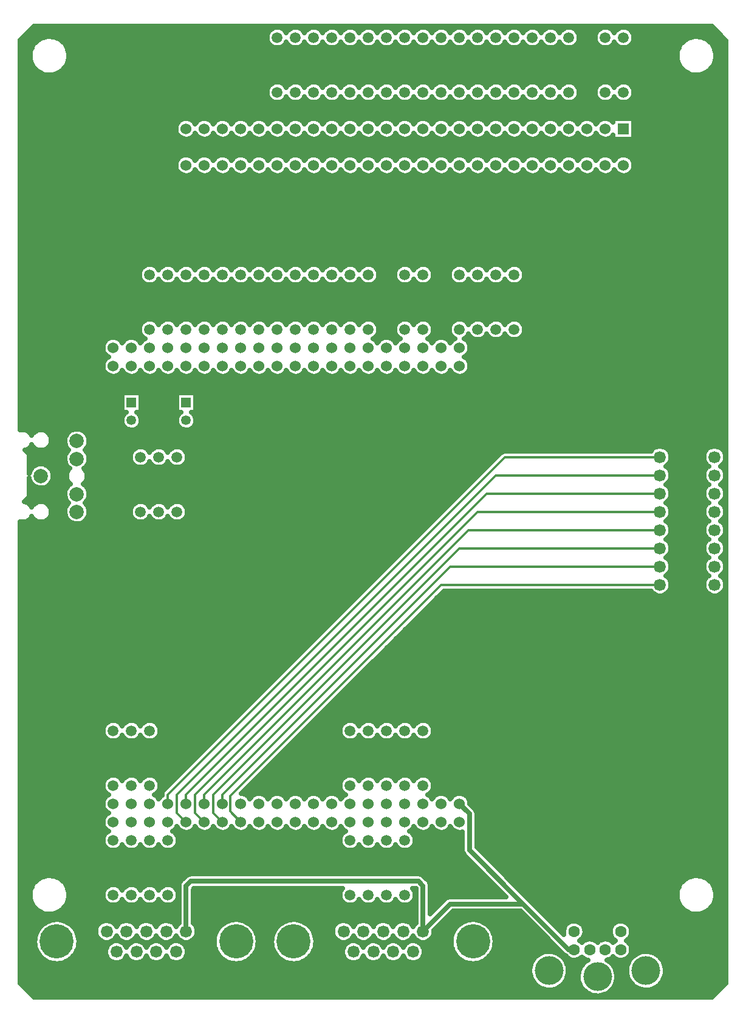
<source format=gbr>
G04 DipTrace 2.3.1.0*
%INTop.gbr*%
%MOIN*%
%ADD13C,0.0126*%
%ADD15C,0.0252*%
%ADD16C,0.025*%
%ADD17R,0.0531X0.0531*%
%ADD18C,0.0531*%
%ADD19C,0.06*%
%ADD20R,0.06X0.06*%
%ADD21C,0.063*%
%ADD22C,0.1575*%
%ADD23C,0.0665*%
%ADD24C,0.0665*%
%ADD25C,0.1874*%
%ADD26C,0.0591*%
%ADD27C,0.0787*%
%FSLAX44Y44*%
G04*
G70*
G90*
G75*
G01*
%LNTop*%
%LPD*%
X26437Y7937D2*
D15*
X27937Y9437D1*
X31937D1*
X34437Y6937D1*
X34728D1*
X31937Y9437D2*
X28989Y12385D1*
Y14385D1*
X28437Y14937D1*
X26437Y7937D2*
Y10437D1*
X26187Y10687D1*
X13687D1*
X13437Y10437D1*
Y7937D1*
X16437Y13937D2*
D13*
X15863Y14511D1*
Y15363D1*
X27437Y26937D1*
X39437D1*
X15437Y14937D2*
Y15437D1*
X27937Y27937D1*
X39437D1*
X15437Y13937D2*
X14937Y14437D1*
Y15437D1*
X28437Y28937D1*
X39437D1*
X14437Y14937D2*
Y15437D1*
X28937Y29937D1*
X39437D1*
X14437Y13937D2*
X13937Y14437D1*
Y15437D1*
X29437Y30937D1*
X39437D1*
X13437Y14937D2*
Y15437D1*
X29937Y31937D1*
X39437D1*
X13437Y13937D2*
X12937Y14437D1*
Y15437D1*
X30437Y32937D1*
X39437D1*
X12437Y14937D2*
Y15437D1*
X30937Y33937D1*
X39437D1*
X4872Y57303D2*
D16*
X17990D1*
X18884D2*
X18990D1*
X19884D2*
X19990D1*
X20884D2*
X20990D1*
X21884D2*
X21990D1*
X22884D2*
X22990D1*
X23884D2*
X23990D1*
X24884D2*
X24990D1*
X25884D2*
X25990D1*
X26884D2*
X26990D1*
X27884D2*
X27990D1*
X28884D2*
X28990D1*
X29884D2*
X29990D1*
X30884D2*
X30990D1*
X31884D2*
X31990D1*
X32884D2*
X32990D1*
X33884D2*
X33990D1*
X34884D2*
X35990D1*
X36884D2*
X36990D1*
X37884D2*
X42502D1*
X4622Y57055D2*
X17865D1*
X35009D2*
X35865D1*
X38009D2*
X42752D1*
X4376Y56806D2*
X5318D1*
X6556D2*
X17869D1*
X35005D2*
X35869D1*
X38005D2*
X40818D1*
X42056D2*
X42998D1*
X4347Y56557D2*
X5061D1*
X6814D2*
X18002D1*
X18872D2*
X19001D1*
X19872D2*
X20001D1*
X20872D2*
X21001D1*
X21872D2*
X22001D1*
X22872D2*
X23001D1*
X23872D2*
X24001D1*
X24872D2*
X25001D1*
X25872D2*
X26001D1*
X26872D2*
X27001D1*
X27872D2*
X28001D1*
X28872D2*
X29001D1*
X29872D2*
X30001D1*
X30872D2*
X31001D1*
X31872D2*
X32001D1*
X32872D2*
X33001D1*
X33872D2*
X34001D1*
X34872D2*
X36002D1*
X36872D2*
X37001D1*
X37872D2*
X40561D1*
X42314D2*
X43025D1*
X4347Y56309D2*
X4928D1*
X6946D2*
X40428D1*
X42446D2*
X43025D1*
X4347Y56060D2*
X4865D1*
X7005D2*
X40365D1*
X42505D2*
X43025D1*
X4347Y55811D2*
X4869D1*
X7005D2*
X40369D1*
X42505D2*
X43025D1*
X4347Y55563D2*
X4928D1*
X6946D2*
X40428D1*
X42446D2*
X43025D1*
X4347Y55314D2*
X5064D1*
X6810D2*
X40564D1*
X42310D2*
X43025D1*
X4347Y55065D2*
X5322D1*
X6552D2*
X40822D1*
X42052D2*
X43025D1*
X4347Y54817D2*
X43025D1*
X4347Y54568D2*
X43025D1*
X4347Y54319D2*
X18002D1*
X18872D2*
X19001D1*
X19872D2*
X20001D1*
X20872D2*
X21001D1*
X21872D2*
X22001D1*
X22872D2*
X23001D1*
X23872D2*
X24001D1*
X24872D2*
X25001D1*
X25872D2*
X26001D1*
X26872D2*
X27001D1*
X27872D2*
X28001D1*
X28872D2*
X29001D1*
X29872D2*
X30001D1*
X30872D2*
X31001D1*
X31872D2*
X32001D1*
X32872D2*
X33001D1*
X33872D2*
X34001D1*
X34872D2*
X36002D1*
X36872D2*
X37001D1*
X37872D2*
X43025D1*
X4347Y54071D2*
X17869D1*
X35005D2*
X35869D1*
X38005D2*
X43025D1*
X4347Y53822D2*
X17865D1*
X35009D2*
X35865D1*
X38009D2*
X43025D1*
X4347Y53573D2*
X17986D1*
X18888D2*
X18985D1*
X19888D2*
X19985D1*
X20888D2*
X20985D1*
X21888D2*
X21985D1*
X22888D2*
X22985D1*
X23888D2*
X23985D1*
X24888D2*
X24985D1*
X25888D2*
X25985D1*
X26888D2*
X26985D1*
X27888D2*
X27985D1*
X28888D2*
X28985D1*
X29888D2*
X29985D1*
X30888D2*
X30985D1*
X31888D2*
X31985D1*
X32888D2*
X32985D1*
X33888D2*
X33985D1*
X34888D2*
X35986D1*
X36888D2*
X36985D1*
X37888D2*
X43025D1*
X4347Y53324D2*
X43025D1*
X4347Y53076D2*
X43025D1*
X4347Y52827D2*
X43025D1*
X4347Y52578D2*
X43025D1*
X4347Y52330D2*
X13006D1*
X13868D2*
X14008D1*
X14868D2*
X15008D1*
X15868D2*
X16008D1*
X16868D2*
X17008D1*
X17868D2*
X18008D1*
X18868D2*
X19008D1*
X19868D2*
X20008D1*
X20868D2*
X21008D1*
X21868D2*
X22008D1*
X22868D2*
X23008D1*
X23868D2*
X24008D1*
X24868D2*
X25008D1*
X25868D2*
X26008D1*
X26868D2*
X27008D1*
X27868D2*
X28008D1*
X28868D2*
X29008D1*
X29868D2*
X30008D1*
X30868D2*
X31008D1*
X31868D2*
X32008D1*
X32868D2*
X33008D1*
X33868D2*
X34008D1*
X34868D2*
X35008D1*
X35868D2*
X36008D1*
X38028D2*
X43025D1*
X4347Y52081D2*
X12865D1*
X38028D2*
X43025D1*
X4347Y51832D2*
X12857D1*
X38028D2*
X43025D1*
X4347Y51584D2*
X12971D1*
X38028D2*
X43025D1*
X4347Y51335D2*
X43025D1*
X4347Y51086D2*
X43025D1*
X4347Y50838D2*
X43025D1*
X4347Y50589D2*
X43025D1*
X4347Y50340D2*
X13018D1*
X13857D2*
X14013D1*
X14857D2*
X15013D1*
X15857D2*
X16013D1*
X16857D2*
X17013D1*
X17857D2*
X18013D1*
X18857D2*
X19013D1*
X19857D2*
X20013D1*
X20857D2*
X21013D1*
X21857D2*
X22013D1*
X22857D2*
X23013D1*
X23857D2*
X24013D1*
X24857D2*
X25013D1*
X25857D2*
X26013D1*
X26857D2*
X27013D1*
X27857D2*
X28013D1*
X28857D2*
X29013D1*
X29857D2*
X30013D1*
X30857D2*
X31013D1*
X31857D2*
X32013D1*
X32857D2*
X33013D1*
X33857D2*
X34013D1*
X34857D2*
X35013D1*
X35857D2*
X36013D1*
X36857D2*
X37013D1*
X37857D2*
X43025D1*
X4347Y50092D2*
X12869D1*
X38005D2*
X43025D1*
X4347Y49843D2*
X12853D1*
X38021D2*
X43025D1*
X4347Y49594D2*
X12963D1*
X37911D2*
X43025D1*
X4347Y49345D2*
X43025D1*
X4347Y49097D2*
X43025D1*
X4347Y48848D2*
X43025D1*
X4347Y48599D2*
X43025D1*
X4347Y48351D2*
X43025D1*
X4347Y48102D2*
X43025D1*
X4347Y47853D2*
X43025D1*
X4347Y47605D2*
X43025D1*
X4347Y47356D2*
X43025D1*
X4347Y47107D2*
X43025D1*
X4347Y46859D2*
X43025D1*
X4347Y46610D2*
X43025D1*
X4347Y46361D2*
X43025D1*
X4347Y46113D2*
X43025D1*
X4347Y45864D2*
X43025D1*
X4347Y45615D2*
X43025D1*
X4347Y45366D2*
X43025D1*
X4347Y45118D2*
X43025D1*
X4347Y44869D2*
X43025D1*
X4347Y44620D2*
X43025D1*
X4347Y44372D2*
X11061D1*
X11814D2*
X12061D1*
X12814D2*
X13061D1*
X13814D2*
X14061D1*
X14814D2*
X15061D1*
X15814D2*
X16061D1*
X16814D2*
X17061D1*
X17814D2*
X18061D1*
X18814D2*
X19061D1*
X19814D2*
X20061D1*
X20814D2*
X21061D1*
X21814D2*
X22061D1*
X22814D2*
X23061D1*
X23814D2*
X25061D1*
X25814D2*
X26061D1*
X26814D2*
X28061D1*
X28814D2*
X29061D1*
X29814D2*
X30061D1*
X30814D2*
X31061D1*
X31814D2*
X43025D1*
X4347Y44123D2*
X10885D1*
X23989D2*
X24885D1*
X26989D2*
X27885D1*
X31989D2*
X43025D1*
X4347Y43874D2*
X10857D1*
X24017D2*
X24857D1*
X27017D2*
X27857D1*
X32017D2*
X43025D1*
X4347Y43626D2*
X10947D1*
X23927D2*
X24947D1*
X26927D2*
X27947D1*
X31927D2*
X43025D1*
X4347Y43377D2*
X43025D1*
X4347Y43128D2*
X43025D1*
X4347Y42880D2*
X43025D1*
X4347Y42631D2*
X43025D1*
X4347Y42382D2*
X43025D1*
X4347Y42134D2*
X43025D1*
X4347Y41885D2*
X43025D1*
X4347Y41636D2*
X43025D1*
X4347Y41387D2*
X11080D1*
X11794D2*
X12080D1*
X12794D2*
X13080D1*
X13794D2*
X14080D1*
X14794D2*
X15080D1*
X15794D2*
X16080D1*
X16794D2*
X17080D1*
X17794D2*
X18080D1*
X18794D2*
X19080D1*
X19794D2*
X20080D1*
X20794D2*
X21080D1*
X21794D2*
X22080D1*
X22794D2*
X23080D1*
X23794D2*
X25080D1*
X25794D2*
X26080D1*
X26794D2*
X28080D1*
X28794D2*
X29080D1*
X29794D2*
X30080D1*
X30794D2*
X31080D1*
X31794D2*
X43025D1*
X4347Y41139D2*
X10889D1*
X23986D2*
X24889D1*
X26986D2*
X27889D1*
X31986D2*
X43025D1*
X4347Y40890D2*
X10853D1*
X24021D2*
X24853D1*
X27021D2*
X27853D1*
X32021D2*
X43025D1*
X4347Y40641D2*
X10936D1*
X23939D2*
X24936D1*
X26939D2*
X27936D1*
X31939D2*
X43025D1*
X4347Y40393D2*
X9080D1*
X9794D2*
X10080D1*
X10794D2*
X11080D1*
X23794D2*
X24080D1*
X24794D2*
X25080D1*
X26794D2*
X27080D1*
X27794D2*
X28080D1*
X28794D2*
X29279D1*
X29595D2*
X30279D1*
X30595D2*
X31279D1*
X31595D2*
X43025D1*
X4347Y40144D2*
X8885D1*
X28989D2*
X43025D1*
X4347Y39895D2*
X8850D1*
X29025D2*
X43025D1*
X4347Y39647D2*
X8928D1*
X28946D2*
X43025D1*
X4347Y39398D2*
X9084D1*
X28790D2*
X43025D1*
X4347Y39149D2*
X8889D1*
X28986D2*
X43025D1*
X4347Y38901D2*
X8850D1*
X29025D2*
X43025D1*
X4347Y38652D2*
X8924D1*
X28950D2*
X43025D1*
X4347Y38403D2*
X9228D1*
X9646D2*
X10228D1*
X10646D2*
X11228D1*
X11646D2*
X12228D1*
X12646D2*
X13228D1*
X13646D2*
X14228D1*
X14646D2*
X15228D1*
X15646D2*
X16228D1*
X16646D2*
X17228D1*
X17646D2*
X18228D1*
X18646D2*
X19228D1*
X19646D2*
X20228D1*
X20646D2*
X21228D1*
X21646D2*
X22228D1*
X22646D2*
X23228D1*
X23646D2*
X24228D1*
X24646D2*
X25228D1*
X25646D2*
X26228D1*
X26646D2*
X27228D1*
X27646D2*
X28228D1*
X28646D2*
X43025D1*
X4347Y38155D2*
X43025D1*
X4347Y37906D2*
X43025D1*
X4347Y37657D2*
X43025D1*
X4347Y37408D2*
X9881D1*
X10993D2*
X12881D1*
X13993D2*
X43025D1*
X4347Y37160D2*
X9881D1*
X10993D2*
X12881D1*
X13993D2*
X43025D1*
X4347Y36911D2*
X9881D1*
X10993D2*
X12881D1*
X13993D2*
X43025D1*
X4347Y36662D2*
X9881D1*
X10993D2*
X12881D1*
X13993D2*
X43025D1*
X4347Y36414D2*
X9881D1*
X10993D2*
X12881D1*
X13993D2*
X43025D1*
X4347Y36165D2*
X9928D1*
X10946D2*
X12928D1*
X13946D2*
X43025D1*
X4347Y35916D2*
X9881D1*
X10989D2*
X12881D1*
X13989D2*
X43025D1*
X4347Y35668D2*
X9963D1*
X10911D2*
X12963D1*
X13911D2*
X43025D1*
X4622Y35419D2*
X5314D1*
X5622D2*
X7158D1*
X7716D2*
X43025D1*
X5970Y35170D2*
X6861D1*
X8013D2*
X43025D1*
X6052Y34922D2*
X6764D1*
X8111D2*
X43025D1*
X6017Y34673D2*
X6768D1*
X8107D2*
X43025D1*
X4825Y34424D2*
X5111D1*
X5825D2*
X6881D1*
X7993D2*
X10635D1*
X11239D2*
X11635D1*
X12239D2*
X12635D1*
X13239D2*
X39064D1*
X39810D2*
X42064D1*
X42810D2*
X43025D1*
X4767Y34176D2*
X6846D1*
X8028D2*
X10404D1*
X13470D2*
X30686D1*
X40009D2*
X41865D1*
X4845Y33927D2*
X6760D1*
X8114D2*
X10353D1*
X13521D2*
X30439D1*
X40060D2*
X41814D1*
X4845Y33678D2*
X6775D1*
X8099D2*
X10416D1*
X13458D2*
X30189D1*
X40001D2*
X41873D1*
X4845Y33429D2*
X5045D1*
X5892D2*
X6900D1*
X7974D2*
X10674D1*
X11200D2*
X11674D1*
X12200D2*
X12674D1*
X13200D2*
X29939D1*
X39802D2*
X42072D1*
X42802D2*
X43025D1*
X6091Y33181D2*
X6924D1*
X7950D2*
X29693D1*
X40009D2*
X41865D1*
X6150Y32932D2*
X6853D1*
X8021D2*
X29443D1*
X40060D2*
X41814D1*
X6114Y32683D2*
X6896D1*
X7978D2*
X29193D1*
X40001D2*
X41869D1*
X4845Y32435D2*
X4982D1*
X5954D2*
X7021D1*
X7853D2*
X28947D1*
X39794D2*
X42080D1*
X42794D2*
X43025D1*
X4845Y32186D2*
X6814D1*
X8056D2*
X28697D1*
X40005D2*
X41869D1*
X4845Y31937D2*
X6756D1*
X8118D2*
X28447D1*
X40060D2*
X41814D1*
X4759Y31689D2*
X6791D1*
X8083D2*
X28201D1*
X40005D2*
X41869D1*
X4739Y31440D2*
X5197D1*
X5739D2*
X6947D1*
X7927D2*
X10666D1*
X11208D2*
X11666D1*
X12208D2*
X12666D1*
X13208D2*
X27951D1*
X39794D2*
X42080D1*
X42794D2*
X43025D1*
X5993Y31191D2*
X6803D1*
X8068D2*
X10412D1*
X13462D2*
X27701D1*
X40001D2*
X41873D1*
X6052Y30943D2*
X6752D1*
X8122D2*
X10353D1*
X13521D2*
X27455D1*
X40060D2*
X41814D1*
X5997Y30694D2*
X6799D1*
X8075D2*
X10408D1*
X13466D2*
X27205D1*
X40009D2*
X41865D1*
X4763Y30445D2*
X5174D1*
X5763D2*
X6975D1*
X7900D2*
X10643D1*
X11232D2*
X11643D1*
X12232D2*
X12643D1*
X13232D2*
X26955D1*
X39802D2*
X42072D1*
X42802D2*
X43025D1*
X4347Y30197D2*
X26709D1*
X40001D2*
X41873D1*
X4347Y29948D2*
X26459D1*
X40060D2*
X41814D1*
X4347Y29699D2*
X26209D1*
X40009D2*
X41865D1*
X4347Y29450D2*
X25963D1*
X39810D2*
X42064D1*
X42810D2*
X43025D1*
X4347Y29202D2*
X25713D1*
X39997D2*
X41877D1*
X4347Y28953D2*
X25463D1*
X40060D2*
X41814D1*
X4347Y28704D2*
X25217D1*
X40013D2*
X41861D1*
X4347Y28456D2*
X24967D1*
X39818D2*
X42057D1*
X42818D2*
X43025D1*
X4347Y28207D2*
X24717D1*
X39993D2*
X41881D1*
X4347Y27958D2*
X24471D1*
X40060D2*
X41814D1*
X4347Y27710D2*
X24221D1*
X40013D2*
X41861D1*
X4347Y27461D2*
X23971D1*
X39821D2*
X42053D1*
X42821D2*
X43025D1*
X4347Y27212D2*
X23725D1*
X39993D2*
X41881D1*
X4347Y26964D2*
X23475D1*
X40060D2*
X41814D1*
X4347Y26715D2*
X23225D1*
X40017D2*
X41857D1*
X4347Y26466D2*
X22978D1*
X27454D2*
X39045D1*
X39829D2*
X42045D1*
X42829D2*
X43025D1*
X4347Y26218D2*
X22728D1*
X27204D2*
X43025D1*
X4347Y25969D2*
X22478D1*
X26958D2*
X43025D1*
X4347Y25720D2*
X22232D1*
X26708D2*
X43025D1*
X4347Y25471D2*
X21982D1*
X26458D2*
X43025D1*
X4347Y25223D2*
X21732D1*
X26212D2*
X43025D1*
X4347Y24974D2*
X21486D1*
X25962D2*
X43025D1*
X4347Y24725D2*
X21236D1*
X25712D2*
X43025D1*
X4347Y24477D2*
X20986D1*
X25466D2*
X43025D1*
X4347Y24228D2*
X20740D1*
X25216D2*
X43025D1*
X4347Y23979D2*
X20490D1*
X24966D2*
X43025D1*
X4347Y23731D2*
X20240D1*
X24720D2*
X43025D1*
X4347Y23482D2*
X19994D1*
X24470D2*
X43025D1*
X4347Y23233D2*
X19744D1*
X24220D2*
X43025D1*
X4347Y22985D2*
X19494D1*
X23974D2*
X43025D1*
X4347Y22736D2*
X19248D1*
X23724D2*
X43025D1*
X4347Y22487D2*
X18998D1*
X23478D2*
X43025D1*
X4347Y22239D2*
X18748D1*
X23228D2*
X43025D1*
X4347Y21990D2*
X18502D1*
X22978D2*
X43025D1*
X4347Y21741D2*
X18252D1*
X22732D2*
X43025D1*
X4347Y21492D2*
X18006D1*
X22482D2*
X43025D1*
X4347Y21244D2*
X17756D1*
X22232D2*
X43025D1*
X4347Y20995D2*
X17506D1*
X21986D2*
X43025D1*
X4347Y20746D2*
X17260D1*
X21736D2*
X43025D1*
X4347Y20498D2*
X17010D1*
X21486D2*
X43025D1*
X4347Y20249D2*
X16760D1*
X21239D2*
X43025D1*
X4347Y20000D2*
X16514D1*
X20989D2*
X43025D1*
X4347Y19752D2*
X16264D1*
X20739D2*
X43025D1*
X4347Y19503D2*
X16014D1*
X20493D2*
X43025D1*
X4347Y19254D2*
X8951D1*
X11923D2*
X15768D1*
X20243D2*
X21951D1*
X26923D2*
X43025D1*
X4347Y19006D2*
X8857D1*
X12017D2*
X15518D1*
X19993D2*
X21857D1*
X27017D2*
X43025D1*
X4347Y18757D2*
X8881D1*
X11993D2*
X15268D1*
X19747D2*
X21881D1*
X26993D2*
X43025D1*
X4347Y18508D2*
X9053D1*
X9821D2*
X10053D1*
X10821D2*
X11053D1*
X11821D2*
X15021D1*
X19497D2*
X22053D1*
X22821D2*
X23053D1*
X23821D2*
X24053D1*
X24821D2*
X25053D1*
X25821D2*
X26053D1*
X26821D2*
X43025D1*
X4347Y18260D2*
X14771D1*
X19247D2*
X43025D1*
X4347Y18011D2*
X14521D1*
X19001D2*
X43025D1*
X4347Y17762D2*
X14275D1*
X18751D2*
X43025D1*
X4347Y17513D2*
X14025D1*
X18501D2*
X43025D1*
X4347Y17265D2*
X13775D1*
X18255D2*
X43025D1*
X4347Y17016D2*
X13529D1*
X18005D2*
X43025D1*
X4347Y16767D2*
X13279D1*
X17755D2*
X43025D1*
X4347Y16519D2*
X13029D1*
X17509D2*
X43025D1*
X4347Y16270D2*
X8963D1*
X11911D2*
X12783D1*
X17259D2*
X21963D1*
X26911D2*
X43025D1*
X4347Y16021D2*
X8857D1*
X12017D2*
X12533D1*
X17009D2*
X21857D1*
X27017D2*
X43025D1*
X4347Y15773D2*
X8877D1*
X11997D2*
X12283D1*
X16763D2*
X21877D1*
X26997D2*
X43025D1*
X4347Y15524D2*
X9033D1*
X11841D2*
X12096D1*
X16513D2*
X22033D1*
X26841D2*
X43025D1*
X4347Y15275D2*
X8959D1*
X28915D2*
X43025D1*
X4347Y15027D2*
X8853D1*
X29021D2*
X43025D1*
X4347Y14778D2*
X8869D1*
X29173D2*
X43025D1*
X4347Y14529D2*
X9021D1*
X29376D2*
X43025D1*
X4347Y14281D2*
X8963D1*
X29403D2*
X43025D1*
X4347Y14032D2*
X8853D1*
X29403D2*
X43025D1*
X4347Y13783D2*
X8869D1*
X29403D2*
X43025D1*
X4347Y13534D2*
X9018D1*
X12857D2*
X13013D1*
X13857D2*
X14013D1*
X14857D2*
X15013D1*
X15857D2*
X16013D1*
X16857D2*
X17013D1*
X17857D2*
X18013D1*
X18857D2*
X19013D1*
X19857D2*
X20013D1*
X20857D2*
X21013D1*
X21857D2*
X22013D1*
X25857D2*
X26013D1*
X26857D2*
X27013D1*
X27857D2*
X28013D1*
X29403D2*
X43025D1*
X4347Y13286D2*
X8975D1*
X12900D2*
X21975D1*
X25900D2*
X28572D1*
X29403D2*
X43025D1*
X4347Y13037D2*
X8861D1*
X13013D2*
X21861D1*
X26013D2*
X28572D1*
X29403D2*
X43025D1*
X4347Y12788D2*
X8873D1*
X13001D2*
X21873D1*
X26001D2*
X28572D1*
X29403D2*
X43025D1*
X4347Y12540D2*
X9018D1*
X9857D2*
X10021D1*
X10857D2*
X11021D1*
X11857D2*
X12021D1*
X12857D2*
X22018D1*
X22857D2*
X23021D1*
X23857D2*
X24021D1*
X24857D2*
X25021D1*
X25857D2*
X28572D1*
X29411D2*
X43025D1*
X4347Y12291D2*
X28584D1*
X29661D2*
X43025D1*
X4347Y12042D2*
X28756D1*
X29907D2*
X43025D1*
X4347Y11794D2*
X29002D1*
X30157D2*
X43025D1*
X4347Y11545D2*
X29252D1*
X30407D2*
X43025D1*
X4347Y11296D2*
X29502D1*
X30653D2*
X43025D1*
X4347Y11048D2*
X13510D1*
X26364D2*
X29748D1*
X30903D2*
X43025D1*
X4347Y10799D2*
X5307D1*
X6564D2*
X13221D1*
X26653D2*
X29998D1*
X31153D2*
X40807D1*
X42064D2*
X43025D1*
X4347Y10550D2*
X5057D1*
X6818D2*
X13037D1*
X26837D2*
X30248D1*
X31400D2*
X40557D1*
X42318D2*
X43025D1*
X4347Y10302D2*
X4924D1*
X6950D2*
X8986D1*
X9888D2*
X9985D1*
X10888D2*
X10985D1*
X11888D2*
X11985D1*
X12888D2*
X13024D1*
X26853D2*
X30494D1*
X31650D2*
X40424D1*
X42450D2*
X43025D1*
X4347Y10053D2*
X4865D1*
X7009D2*
X8865D1*
X13853D2*
X21865D1*
X26853D2*
X30744D1*
X31900D2*
X40365D1*
X42509D2*
X43025D1*
X4347Y9804D2*
X4869D1*
X7005D2*
X8869D1*
X13853D2*
X21869D1*
X26853D2*
X27779D1*
X32146D2*
X40369D1*
X42505D2*
X43025D1*
X4347Y9555D2*
X4932D1*
X6943D2*
X9002D1*
X9872D2*
X10001D1*
X10872D2*
X11001D1*
X11872D2*
X12001D1*
X12872D2*
X13022D1*
X13853D2*
X22002D1*
X22872D2*
X23001D1*
X23872D2*
X24001D1*
X24872D2*
X25001D1*
X25872D2*
X26022D1*
X26853D2*
X27478D1*
X32396D2*
X40432D1*
X42443D2*
X43025D1*
X4347Y9307D2*
X5068D1*
X6806D2*
X13021D1*
X13853D2*
X26021D1*
X26853D2*
X27228D1*
X32646D2*
X40568D1*
X42306D2*
X43025D1*
X4347Y9058D2*
X5334D1*
X6540D2*
X13021D1*
X13853D2*
X26021D1*
X26853D2*
X26982D1*
X32892D2*
X40834D1*
X42040D2*
X43025D1*
X4347Y8809D2*
X13021D1*
X13853D2*
X26021D1*
X27888D2*
X31986D1*
X33142D2*
X43025D1*
X4347Y8561D2*
X6100D1*
X6575D2*
X13021D1*
X13853D2*
X15936D1*
X16415D2*
X19100D1*
X19575D2*
X26021D1*
X27638D2*
X28936D1*
X29415D2*
X32236D1*
X33392D2*
X43025D1*
X4347Y8312D2*
X5557D1*
X7118D2*
X8584D1*
X9564D2*
X9674D1*
X10657D2*
X10764D1*
X11747D2*
X11855D1*
X12837D2*
X12947D1*
X13927D2*
X15393D1*
X16958D2*
X18557D1*
X20118D2*
X21584D1*
X22564D2*
X22674D1*
X23657D2*
X23764D1*
X24747D2*
X24855D1*
X25837D2*
X25947D1*
X27388D2*
X28393D1*
X29958D2*
X32486D1*
X33638D2*
X34275D1*
X35181D2*
X36834D1*
X37739D2*
X43025D1*
X4347Y8063D2*
X5326D1*
X7349D2*
X8467D1*
X14044D2*
X15162D1*
X17189D2*
X18326D1*
X20349D2*
X21467D1*
X27142D2*
X28162D1*
X30189D2*
X32732D1*
X33888D2*
X34143D1*
X35314D2*
X36701D1*
X37872D2*
X43025D1*
X4347Y7815D2*
X5193D1*
X7482D2*
X8467D1*
X14048D2*
X15029D1*
X17321D2*
X18193D1*
X20482D2*
X21467D1*
X27048D2*
X28029D1*
X30321D2*
X32982D1*
X35321D2*
X36693D1*
X37880D2*
X43025D1*
X4347Y7566D2*
X5123D1*
X7548D2*
X8580D1*
X9568D2*
X9674D1*
X10657D2*
X10764D1*
X11747D2*
X11855D1*
X12841D2*
X12943D1*
X13931D2*
X14963D1*
X17388D2*
X18123D1*
X20548D2*
X21580D1*
X22568D2*
X22674D1*
X23657D2*
X23764D1*
X24747D2*
X24855D1*
X25841D2*
X25943D1*
X26931D2*
X27963D1*
X30388D2*
X33228D1*
X35212D2*
X36803D1*
X37771D2*
X43025D1*
X4347Y7317D2*
X5111D1*
X7564D2*
X9264D1*
X9974D2*
X10357D1*
X11064D2*
X11447D1*
X12157D2*
X12537D1*
X13247D2*
X14951D1*
X17400D2*
X18111D1*
X20564D2*
X22264D1*
X22974D2*
X23357D1*
X24064D2*
X24447D1*
X25157D2*
X25537D1*
X26247D2*
X27951D1*
X30400D2*
X33478D1*
X37751D2*
X43025D1*
X4347Y7069D2*
X5150D1*
X7525D2*
X9053D1*
X13458D2*
X14990D1*
X17361D2*
X18150D1*
X20525D2*
X22053D1*
X26458D2*
X27990D1*
X30361D2*
X33728D1*
X37876D2*
X43025D1*
X4347Y6820D2*
X5248D1*
X7427D2*
X8998D1*
X13513D2*
X15084D1*
X17263D2*
X18248D1*
X20427D2*
X21998D1*
X26513D2*
X28084D1*
X30263D2*
X33158D1*
X33536D2*
X33975D1*
X37880D2*
X38478D1*
X38857D2*
X43025D1*
X4347Y6571D2*
X5420D1*
X7251D2*
X9053D1*
X13462D2*
X15260D1*
X17091D2*
X18420D1*
X20251D2*
X22053D1*
X26462D2*
X28260D1*
X30091D2*
X32627D1*
X34068D2*
X34252D1*
X37763D2*
X37947D1*
X39388D2*
X43025D1*
X4347Y6323D2*
X5736D1*
X6935D2*
X9264D1*
X9978D2*
X10353D1*
X11068D2*
X11443D1*
X12157D2*
X12533D1*
X13251D2*
X15576D1*
X16775D2*
X18736D1*
X19935D2*
X22264D1*
X22978D2*
X23353D1*
X24068D2*
X24443D1*
X25157D2*
X25533D1*
X26251D2*
X28576D1*
X29775D2*
X32420D1*
X34275D2*
X35381D1*
X36638D2*
X37740D1*
X39595D2*
X43025D1*
X4347Y6074D2*
X32311D1*
X34384D2*
X35127D1*
X36888D2*
X37631D1*
X39704D2*
X43025D1*
X4347Y5825D2*
X32271D1*
X34423D2*
X34994D1*
X37021D2*
X37592D1*
X39743D2*
X43025D1*
X4347Y5576D2*
X32291D1*
X34403D2*
X34936D1*
X37079D2*
X37611D1*
X39724D2*
X43025D1*
X4347Y5328D2*
X32373D1*
X34321D2*
X34939D1*
X37075D2*
X37693D1*
X39642D2*
X43025D1*
X4364Y5079D2*
X32537D1*
X34157D2*
X35002D1*
X37013D2*
X37857D1*
X39478D2*
X43010D1*
X4614Y4830D2*
X32869D1*
X33825D2*
X35139D1*
X36876D2*
X38189D1*
X39146D2*
X42760D1*
X4861Y4582D2*
X35404D1*
X36611D2*
X42514D1*
X5111Y4333D2*
X42264D1*
X10031Y37468D2*
X10968D1*
Y36406D1*
X10714D1*
X10781Y36357D1*
X10866Y36265D1*
X10927Y36157D1*
X10961Y36037D1*
X10968Y35953D1*
X10953Y35829D1*
X10910Y35712D1*
X10841Y35608D1*
X10749Y35524D1*
X10640Y35463D1*
X10520Y35429D1*
X10396Y35424D1*
X10273Y35448D1*
X10160Y35500D1*
X10062Y35577D1*
X9985Y35675D1*
X9932Y35788D1*
X9908Y35911D1*
X9913Y36035D1*
X9947Y36155D1*
X10007Y36264D1*
X10092Y36356D1*
X10166Y36406D1*
X9906D1*
Y37468D1*
X10031D1*
X13031D2*
X13968D1*
Y36406D1*
X13714D1*
X13781Y36357D1*
X13866Y36265D1*
X13927Y36157D1*
X13961Y36037D1*
X13968Y35953D1*
X13953Y35829D1*
X13910Y35712D1*
X13841Y35608D1*
X13749Y35524D1*
X13640Y35463D1*
X13520Y35429D1*
X13396Y35424D1*
X13273Y35448D1*
X13160Y35500D1*
X13062Y35577D1*
X12985Y35675D1*
X12932Y35788D1*
X12908Y35911D1*
X12913Y36035D1*
X12947Y36155D1*
X13007Y36264D1*
X13092Y36356D1*
X13166Y36406D1*
X12906D1*
Y37468D1*
X13031D1*
X6982Y55812D2*
X6960Y55689D1*
X6923Y55570D1*
X6873Y55456D1*
X6809Y55348D1*
X6733Y55249D1*
X6646Y55159D1*
X6549Y55081D1*
X6443Y55014D1*
X6330Y54961D1*
X6212Y54921D1*
X6089Y54896D1*
X5965Y54885D1*
X5840Y54889D1*
X5717Y54908D1*
X5596Y54941D1*
X5481Y54989D1*
X5372Y55050D1*
X5270Y55123D1*
X5179Y55208D1*
X5097Y55303D1*
X5028Y55407D1*
X4972Y55518D1*
X4929Y55635D1*
X4900Y55757D1*
X4886Y55881D1*
X4887Y56006D1*
X4903Y56130D1*
X4933Y56251D1*
X4977Y56368D1*
X5035Y56479D1*
X5105Y56582D1*
X5188Y56676D1*
X5280Y56759D1*
X5383Y56831D1*
X5492Y56891D1*
X5609Y56937D1*
X5729Y56969D1*
X5853Y56986D1*
X5978Y56989D1*
X6102Y56976D1*
X6224Y56949D1*
X6342Y56908D1*
X6455Y56853D1*
X6559Y56785D1*
X6656Y56706D1*
X6742Y56615D1*
X6816Y56515D1*
X6879Y56407D1*
X6928Y56292D1*
X6963Y56172D1*
X6983Y56049D1*
X6989Y55937D1*
X6982Y55812D1*
X42482D2*
X42460Y55689D1*
X42423Y55570D1*
X42373Y55456D1*
X42309Y55348D1*
X42233Y55249D1*
X42146Y55159D1*
X42049Y55081D1*
X41943Y55014D1*
X41830Y54961D1*
X41712Y54921D1*
X41589Y54896D1*
X41465Y54885D1*
X41340Y54889D1*
X41217Y54908D1*
X41096Y54941D1*
X40981Y54989D1*
X40872Y55050D1*
X40770Y55123D1*
X40679Y55208D1*
X40597Y55303D1*
X40528Y55407D1*
X40472Y55518D1*
X40429Y55635D1*
X40400Y55757D1*
X40386Y55881D1*
X40387Y56006D1*
X40403Y56130D1*
X40433Y56251D1*
X40477Y56368D1*
X40535Y56479D1*
X40605Y56582D1*
X40688Y56676D1*
X40780Y56759D1*
X40883Y56831D1*
X40992Y56891D1*
X41109Y56937D1*
X41229Y56969D1*
X41353Y56986D1*
X41478Y56989D1*
X41602Y56976D1*
X41724Y56949D1*
X41842Y56908D1*
X41955Y56853D1*
X42059Y56785D1*
X42156Y56706D1*
X42242Y56615D1*
X42316Y56515D1*
X42379Y56407D1*
X42428Y56292D1*
X42463Y56172D1*
X42483Y56049D1*
X42489Y55937D1*
X42482Y55812D1*
Y9812D2*
X42460Y9689D1*
X42423Y9570D1*
X42373Y9456D1*
X42309Y9348D1*
X42233Y9249D1*
X42146Y9159D1*
X42049Y9081D1*
X41943Y9014D1*
X41830Y8961D1*
X41712Y8921D1*
X41589Y8896D1*
X41465Y8885D1*
X41340Y8889D1*
X41217Y8908D1*
X41096Y8941D1*
X40981Y8989D1*
X40872Y9050D1*
X40770Y9123D1*
X40679Y9208D1*
X40597Y9303D1*
X40528Y9407D1*
X40472Y9518D1*
X40429Y9635D1*
X40400Y9757D1*
X40386Y9881D1*
X40387Y10006D1*
X40403Y10130D1*
X40433Y10251D1*
X40477Y10368D1*
X40535Y10479D1*
X40605Y10582D1*
X40688Y10676D1*
X40780Y10759D1*
X40883Y10831D1*
X40992Y10891D1*
X41109Y10937D1*
X41229Y10969D1*
X41353Y10986D1*
X41478Y10989D1*
X41602Y10976D1*
X41724Y10949D1*
X41842Y10908D1*
X41955Y10853D1*
X42059Y10785D1*
X42156Y10706D1*
X42242Y10615D1*
X42316Y10515D1*
X42379Y10407D1*
X42428Y10292D1*
X42463Y10172D1*
X42483Y10049D1*
X42489Y9937D1*
X42482Y9812D1*
X6982D2*
X6960Y9689D1*
X6923Y9570D1*
X6873Y9456D1*
X6809Y9348D1*
X6733Y9249D1*
X6646Y9159D1*
X6549Y9081D1*
X6443Y9014D1*
X6330Y8961D1*
X6212Y8921D1*
X6089Y8896D1*
X5965Y8885D1*
X5840Y8889D1*
X5717Y8908D1*
X5596Y8941D1*
X5481Y8989D1*
X5372Y9050D1*
X5270Y9123D1*
X5179Y9208D1*
X5097Y9303D1*
X5028Y9407D1*
X4972Y9518D1*
X4929Y9635D1*
X4900Y9757D1*
X4886Y9881D1*
X4887Y10006D1*
X4903Y10130D1*
X4933Y10251D1*
X4977Y10368D1*
X5035Y10479D1*
X5105Y10582D1*
X5188Y10676D1*
X5280Y10759D1*
X5383Y10831D1*
X5492Y10891D1*
X5609Y10937D1*
X5729Y10969D1*
X5853Y10986D1*
X5978Y10989D1*
X6102Y10976D1*
X6224Y10949D1*
X6342Y10908D1*
X6455Y10853D1*
X6559Y10785D1*
X6656Y10706D1*
X6742Y10615D1*
X6816Y10515D1*
X6879Y10407D1*
X6928Y10292D1*
X6963Y10172D1*
X6983Y10049D1*
X6989Y9937D1*
X6982Y9812D1*
X16937Y51679D2*
X16882Y51589D1*
X16795Y51500D1*
X16690Y51432D1*
X16573Y51389D1*
X16449Y51372D1*
X16325Y51383D1*
X16206Y51421D1*
X16099Y51485D1*
X16008Y51570D1*
X15936Y51677D1*
X15882Y51589D1*
X15795Y51500D1*
X15690Y51432D1*
X15573Y51389D1*
X15449Y51372D1*
X15325Y51383D1*
X15206Y51421D1*
X15099Y51485D1*
X15008Y51570D1*
X14936Y51677D1*
X14882Y51589D1*
X14795Y51500D1*
X14690Y51432D1*
X14573Y51389D1*
X14449Y51372D1*
X14325Y51383D1*
X14206Y51421D1*
X14099Y51485D1*
X14008Y51570D1*
X13936Y51677D1*
X13882Y51589D1*
X13795Y51500D1*
X13690Y51432D1*
X13573Y51389D1*
X13449Y51372D1*
X13325Y51383D1*
X13206Y51421D1*
X13099Y51485D1*
X13008Y51570D1*
X12938Y51673D1*
X12892Y51789D1*
X12873Y51912D1*
X12881Y52037D1*
X12916Y52156D1*
X12977Y52265D1*
X13060Y52358D1*
X13162Y52431D1*
X13277Y52479D1*
X13400Y52501D1*
X13525Y52495D1*
X13645Y52462D1*
X13755Y52404D1*
X13850Y52323D1*
X13935Y52198D1*
X13977Y52265D1*
X14060Y52358D1*
X14162Y52431D1*
X14277Y52479D1*
X14400Y52501D1*
X14525Y52495D1*
X14645Y52462D1*
X14755Y52404D1*
X14850Y52323D1*
X14935Y52198D1*
X14977Y52265D1*
X15060Y52358D1*
X15162Y52431D1*
X15277Y52479D1*
X15400Y52501D1*
X15525Y52495D1*
X15645Y52462D1*
X15755Y52404D1*
X15850Y52323D1*
X15935Y52198D1*
X15977Y52265D1*
X16060Y52358D1*
X16162Y52431D1*
X16277Y52479D1*
X16400Y52501D1*
X16525Y52495D1*
X16645Y52462D1*
X16755Y52404D1*
X16850Y52323D1*
X16935Y52198D1*
X16977Y52265D1*
X17060Y52358D1*
X17162Y52431D1*
X17277Y52479D1*
X17400Y52501D1*
X17525Y52495D1*
X17645Y52462D1*
X17755Y52404D1*
X17850Y52323D1*
X17935Y52198D1*
X17977Y52265D1*
X18060Y52358D1*
X18162Y52431D1*
X18277Y52479D1*
X18400Y52501D1*
X18525Y52495D1*
X18645Y52462D1*
X18755Y52404D1*
X18850Y52323D1*
X18935Y52198D1*
X18977Y52265D1*
X19060Y52358D1*
X19162Y52431D1*
X19277Y52479D1*
X19400Y52501D1*
X19525Y52495D1*
X19645Y52462D1*
X19755Y52404D1*
X19850Y52323D1*
X19935Y52198D1*
X19977Y52265D1*
X20060Y52358D1*
X20162Y52431D1*
X20277Y52479D1*
X20400Y52501D1*
X20525Y52495D1*
X20645Y52462D1*
X20755Y52404D1*
X20850Y52323D1*
X20935Y52198D1*
X20977Y52265D1*
X21060Y52358D1*
X21162Y52431D1*
X21277Y52479D1*
X21400Y52501D1*
X21525Y52495D1*
X21645Y52462D1*
X21755Y52404D1*
X21850Y52323D1*
X21935Y52198D1*
X21977Y52265D1*
X22060Y52358D1*
X22162Y52431D1*
X22277Y52479D1*
X22400Y52501D1*
X22525Y52495D1*
X22645Y52462D1*
X22755Y52404D1*
X22850Y52323D1*
X22935Y52198D1*
X22977Y52265D1*
X23060Y52358D1*
X23162Y52431D1*
X23277Y52479D1*
X23400Y52501D1*
X23525Y52495D1*
X23645Y52462D1*
X23755Y52404D1*
X23850Y52323D1*
X23935Y52198D1*
X23977Y52265D1*
X24060Y52358D1*
X24162Y52431D1*
X24277Y52479D1*
X24400Y52501D1*
X24525Y52495D1*
X24645Y52462D1*
X24755Y52404D1*
X24850Y52323D1*
X24935Y52198D1*
X24977Y52265D1*
X25060Y52358D1*
X25162Y52431D1*
X25277Y52479D1*
X25400Y52501D1*
X25525Y52495D1*
X25645Y52462D1*
X25755Y52404D1*
X25850Y52323D1*
X25935Y52198D1*
X25977Y52265D1*
X26060Y52358D1*
X26162Y52431D1*
X26277Y52479D1*
X26400Y52501D1*
X26525Y52495D1*
X26645Y52462D1*
X26755Y52404D1*
X26850Y52323D1*
X26935Y52198D1*
X26977Y52265D1*
X27060Y52358D1*
X27162Y52431D1*
X27277Y52479D1*
X27400Y52501D1*
X27525Y52495D1*
X27645Y52462D1*
X27755Y52404D1*
X27850Y52323D1*
X27935Y52198D1*
X27977Y52265D1*
X28060Y52358D1*
X28162Y52431D1*
X28277Y52479D1*
X28400Y52501D1*
X28525Y52495D1*
X28645Y52462D1*
X28755Y52404D1*
X28850Y52323D1*
X28935Y52198D1*
X28977Y52265D1*
X29060Y52358D1*
X29162Y52431D1*
X29277Y52479D1*
X29400Y52501D1*
X29525Y52495D1*
X29645Y52462D1*
X29755Y52404D1*
X29850Y52323D1*
X29935Y52198D1*
X29977Y52265D1*
X30060Y52358D1*
X30162Y52431D1*
X30277Y52479D1*
X30400Y52501D1*
X30525Y52495D1*
X30645Y52462D1*
X30755Y52404D1*
X30850Y52323D1*
X30935Y52198D1*
X30977Y52265D1*
X31060Y52358D1*
X31162Y52431D1*
X31277Y52479D1*
X31400Y52501D1*
X31525Y52495D1*
X31645Y52462D1*
X31755Y52404D1*
X31850Y52323D1*
X31935Y52198D1*
X31977Y52265D1*
X32060Y52358D1*
X32162Y52431D1*
X32277Y52479D1*
X32400Y52501D1*
X32525Y52495D1*
X32645Y52462D1*
X32755Y52404D1*
X32850Y52323D1*
X32935Y52198D1*
X32977Y52265D1*
X33060Y52358D1*
X33162Y52431D1*
X33277Y52479D1*
X33400Y52501D1*
X33525Y52495D1*
X33645Y52462D1*
X33755Y52404D1*
X33850Y52323D1*
X33935Y52198D1*
X33977Y52265D1*
X34060Y52358D1*
X34162Y52431D1*
X34277Y52479D1*
X34400Y52501D1*
X34525Y52495D1*
X34645Y52462D1*
X34755Y52404D1*
X34850Y52323D1*
X34935Y52198D1*
X34977Y52265D1*
X35060Y52358D1*
X35162Y52431D1*
X35277Y52479D1*
X35400Y52501D1*
X35525Y52495D1*
X35645Y52462D1*
X35755Y52404D1*
X35850Y52323D1*
X35935Y52198D1*
X35977Y52265D1*
X36060Y52358D1*
X36162Y52431D1*
X36277Y52479D1*
X36400Y52501D1*
X36525Y52495D1*
X36645Y52462D1*
X36755Y52404D1*
X36871Y52295D1*
X36872Y52502D1*
X38002D1*
Y51372D1*
X36872D1*
Y51579D1*
X36795Y51500D1*
X36690Y51432D1*
X36573Y51389D1*
X36449Y51372D1*
X36325Y51383D1*
X36206Y51421D1*
X36099Y51485D1*
X36008Y51570D1*
X35936Y51677D1*
X35882Y51589D1*
X35795Y51500D1*
X35690Y51432D1*
X35573Y51389D1*
X35449Y51372D1*
X35325Y51383D1*
X35206Y51421D1*
X35099Y51485D1*
X35008Y51570D1*
X34936Y51677D1*
X34882Y51589D1*
X34795Y51500D1*
X34690Y51432D1*
X34573Y51389D1*
X34449Y51372D1*
X34325Y51383D1*
X34206Y51421D1*
X34099Y51485D1*
X34008Y51570D1*
X33936Y51677D1*
X33882Y51589D1*
X33795Y51500D1*
X33690Y51432D1*
X33573Y51389D1*
X33449Y51372D1*
X33325Y51383D1*
X33206Y51421D1*
X33099Y51485D1*
X33008Y51570D1*
X32936Y51677D1*
X32882Y51589D1*
X32795Y51500D1*
X32690Y51432D1*
X32573Y51389D1*
X32449Y51372D1*
X32325Y51383D1*
X32206Y51421D1*
X32099Y51485D1*
X32008Y51570D1*
X31936Y51677D1*
X31882Y51589D1*
X31795Y51500D1*
X31690Y51432D1*
X31573Y51389D1*
X31449Y51372D1*
X31325Y51383D1*
X31206Y51421D1*
X31099Y51485D1*
X31008Y51570D1*
X30936Y51677D1*
X30882Y51589D1*
X30795Y51500D1*
X30690Y51432D1*
X30573Y51389D1*
X30449Y51372D1*
X30325Y51383D1*
X30206Y51421D1*
X30099Y51485D1*
X30008Y51570D1*
X29936Y51677D1*
X29882Y51589D1*
X29795Y51500D1*
X29690Y51432D1*
X29573Y51389D1*
X29449Y51372D1*
X29325Y51383D1*
X29206Y51421D1*
X29099Y51485D1*
X29008Y51570D1*
X28936Y51677D1*
X28882Y51589D1*
X28795Y51500D1*
X28690Y51432D1*
X28573Y51389D1*
X28449Y51372D1*
X28325Y51383D1*
X28206Y51421D1*
X28099Y51485D1*
X28008Y51570D1*
X27936Y51677D1*
X27882Y51589D1*
X27795Y51500D1*
X27690Y51432D1*
X27573Y51389D1*
X27449Y51372D1*
X27325Y51383D1*
X27206Y51421D1*
X27099Y51485D1*
X27008Y51570D1*
X26936Y51677D1*
X26882Y51589D1*
X26795Y51500D1*
X26690Y51432D1*
X26573Y51389D1*
X26449Y51372D1*
X26325Y51383D1*
X26206Y51421D1*
X26099Y51485D1*
X26008Y51570D1*
X25936Y51677D1*
X25882Y51589D1*
X25795Y51500D1*
X25690Y51432D1*
X25573Y51389D1*
X25449Y51372D1*
X25325Y51383D1*
X25206Y51421D1*
X25099Y51485D1*
X25008Y51570D1*
X24936Y51677D1*
X24882Y51589D1*
X24795Y51500D1*
X24690Y51432D1*
X24573Y51389D1*
X24449Y51372D1*
X24325Y51383D1*
X24206Y51421D1*
X24099Y51485D1*
X24008Y51570D1*
X23936Y51677D1*
X23882Y51589D1*
X23795Y51500D1*
X23690Y51432D1*
X23573Y51389D1*
X23449Y51372D1*
X23325Y51383D1*
X23206Y51421D1*
X23099Y51485D1*
X23008Y51570D1*
X22936Y51677D1*
X22882Y51589D1*
X22795Y51500D1*
X22690Y51432D1*
X22573Y51389D1*
X22449Y51372D1*
X22325Y51383D1*
X22206Y51421D1*
X22099Y51485D1*
X22008Y51570D1*
X21936Y51677D1*
X21882Y51589D1*
X21795Y51500D1*
X21690Y51432D1*
X21573Y51389D1*
X21449Y51372D1*
X21325Y51383D1*
X21206Y51421D1*
X21099Y51485D1*
X21008Y51570D1*
X20936Y51677D1*
X20882Y51589D1*
X20795Y51500D1*
X20690Y51432D1*
X20573Y51389D1*
X20449Y51372D1*
X20325Y51383D1*
X20206Y51421D1*
X20099Y51485D1*
X20008Y51570D1*
X19936Y51677D1*
X19882Y51589D1*
X19795Y51500D1*
X19690Y51432D1*
X19573Y51389D1*
X19449Y51372D1*
X19325Y51383D1*
X19206Y51421D1*
X19099Y51485D1*
X19008Y51570D1*
X18936Y51677D1*
X18882Y51589D1*
X18795Y51500D1*
X18690Y51432D1*
X18573Y51389D1*
X18449Y51372D1*
X18325Y51383D1*
X18206Y51421D1*
X18099Y51485D1*
X18008Y51570D1*
X17936Y51677D1*
X17882Y51589D1*
X17795Y51500D1*
X17690Y51432D1*
X17573Y51389D1*
X17449Y51372D1*
X17325Y51383D1*
X17206Y51421D1*
X17099Y51485D1*
X17008Y51570D1*
X16936Y51677D1*
X16937Y49679D2*
X16882Y49589D1*
X16795Y49500D1*
X16690Y49432D1*
X16573Y49389D1*
X16449Y49372D1*
X16325Y49383D1*
X16206Y49421D1*
X16099Y49485D1*
X16008Y49570D1*
X15936Y49677D1*
X15882Y49589D1*
X15795Y49500D1*
X15690Y49432D1*
X15573Y49389D1*
X15449Y49372D1*
X15325Y49383D1*
X15206Y49421D1*
X15099Y49485D1*
X15008Y49570D1*
X14936Y49677D1*
X14882Y49589D1*
X14795Y49500D1*
X14690Y49432D1*
X14573Y49389D1*
X14449Y49372D1*
X14325Y49383D1*
X14206Y49421D1*
X14099Y49485D1*
X14008Y49570D1*
X13936Y49677D1*
X13882Y49589D1*
X13795Y49500D1*
X13690Y49432D1*
X13573Y49389D1*
X13449Y49372D1*
X13325Y49383D1*
X13206Y49421D1*
X13099Y49485D1*
X13008Y49570D1*
X12938Y49673D1*
X12892Y49789D1*
X12873Y49912D1*
X12881Y50037D1*
X12916Y50156D1*
X12977Y50265D1*
X13060Y50358D1*
X13162Y50431D1*
X13277Y50479D1*
X13400Y50501D1*
X13525Y50495D1*
X13645Y50462D1*
X13755Y50404D1*
X13850Y50323D1*
X13935Y50198D1*
X13977Y50265D1*
X14060Y50358D1*
X14162Y50431D1*
X14277Y50479D1*
X14400Y50501D1*
X14525Y50495D1*
X14645Y50462D1*
X14755Y50404D1*
X14850Y50323D1*
X14935Y50198D1*
X14977Y50265D1*
X15060Y50358D1*
X15162Y50431D1*
X15277Y50479D1*
X15400Y50501D1*
X15525Y50495D1*
X15645Y50462D1*
X15755Y50404D1*
X15850Y50323D1*
X15935Y50198D1*
X15977Y50265D1*
X16060Y50358D1*
X16162Y50431D1*
X16277Y50479D1*
X16400Y50501D1*
X16525Y50495D1*
X16645Y50462D1*
X16755Y50404D1*
X16850Y50323D1*
X16935Y50198D1*
X16977Y50265D1*
X17060Y50358D1*
X17162Y50431D1*
X17277Y50479D1*
X17400Y50501D1*
X17525Y50495D1*
X17645Y50462D1*
X17755Y50404D1*
X17850Y50323D1*
X17935Y50198D1*
X17977Y50265D1*
X18060Y50358D1*
X18162Y50431D1*
X18277Y50479D1*
X18400Y50501D1*
X18525Y50495D1*
X18645Y50462D1*
X18755Y50404D1*
X18850Y50323D1*
X18935Y50198D1*
X18977Y50265D1*
X19060Y50358D1*
X19162Y50431D1*
X19277Y50479D1*
X19400Y50501D1*
X19525Y50495D1*
X19645Y50462D1*
X19755Y50404D1*
X19850Y50323D1*
X19935Y50198D1*
X19977Y50265D1*
X20060Y50358D1*
X20162Y50431D1*
X20277Y50479D1*
X20400Y50501D1*
X20525Y50495D1*
X20645Y50462D1*
X20755Y50404D1*
X20850Y50323D1*
X20935Y50198D1*
X20977Y50265D1*
X21060Y50358D1*
X21162Y50431D1*
X21277Y50479D1*
X21400Y50501D1*
X21525Y50495D1*
X21645Y50462D1*
X21755Y50404D1*
X21850Y50323D1*
X21935Y50198D1*
X21977Y50265D1*
X22060Y50358D1*
X22162Y50431D1*
X22277Y50479D1*
X22400Y50501D1*
X22525Y50495D1*
X22645Y50462D1*
X22755Y50404D1*
X22850Y50323D1*
X22935Y50198D1*
X22977Y50265D1*
X23060Y50358D1*
X23162Y50431D1*
X23277Y50479D1*
X23400Y50501D1*
X23525Y50495D1*
X23645Y50462D1*
X23755Y50404D1*
X23850Y50323D1*
X23935Y50198D1*
X23977Y50265D1*
X24060Y50358D1*
X24162Y50431D1*
X24277Y50479D1*
X24400Y50501D1*
X24525Y50495D1*
X24645Y50462D1*
X24755Y50404D1*
X24850Y50323D1*
X24935Y50198D1*
X24977Y50265D1*
X25060Y50358D1*
X25162Y50431D1*
X25277Y50479D1*
X25400Y50501D1*
X25525Y50495D1*
X25645Y50462D1*
X25755Y50404D1*
X25850Y50323D1*
X25935Y50198D1*
X25977Y50265D1*
X26060Y50358D1*
X26162Y50431D1*
X26277Y50479D1*
X26400Y50501D1*
X26525Y50495D1*
X26645Y50462D1*
X26755Y50404D1*
X26850Y50323D1*
X26935Y50198D1*
X26977Y50265D1*
X27060Y50358D1*
X27162Y50431D1*
X27277Y50479D1*
X27400Y50501D1*
X27525Y50495D1*
X27645Y50462D1*
X27755Y50404D1*
X27850Y50323D1*
X27935Y50198D1*
X27977Y50265D1*
X28060Y50358D1*
X28162Y50431D1*
X28277Y50479D1*
X28400Y50501D1*
X28525Y50495D1*
X28645Y50462D1*
X28755Y50404D1*
X28850Y50323D1*
X28935Y50198D1*
X28977Y50265D1*
X29060Y50358D1*
X29162Y50431D1*
X29277Y50479D1*
X29400Y50501D1*
X29525Y50495D1*
X29645Y50462D1*
X29755Y50404D1*
X29850Y50323D1*
X29935Y50198D1*
X29977Y50265D1*
X30060Y50358D1*
X30162Y50431D1*
X30277Y50479D1*
X30400Y50501D1*
X30525Y50495D1*
X30645Y50462D1*
X30755Y50404D1*
X30850Y50323D1*
X30935Y50198D1*
X30977Y50265D1*
X31060Y50358D1*
X31162Y50431D1*
X31277Y50479D1*
X31400Y50501D1*
X31525Y50495D1*
X31645Y50462D1*
X31755Y50404D1*
X31850Y50323D1*
X31935Y50198D1*
X31977Y50265D1*
X32060Y50358D1*
X32162Y50431D1*
X32277Y50479D1*
X32400Y50501D1*
X32525Y50495D1*
X32645Y50462D1*
X32755Y50404D1*
X32850Y50323D1*
X32935Y50198D1*
X32977Y50265D1*
X33060Y50358D1*
X33162Y50431D1*
X33277Y50479D1*
X33400Y50501D1*
X33525Y50495D1*
X33645Y50462D1*
X33755Y50404D1*
X33850Y50323D1*
X33935Y50198D1*
X33977Y50265D1*
X34060Y50358D1*
X34162Y50431D1*
X34277Y50479D1*
X34400Y50501D1*
X34525Y50495D1*
X34645Y50462D1*
X34755Y50404D1*
X34850Y50323D1*
X34935Y50198D1*
X34977Y50265D1*
X35060Y50358D1*
X35162Y50431D1*
X35277Y50479D1*
X35400Y50501D1*
X35525Y50495D1*
X35645Y50462D1*
X35755Y50404D1*
X35850Y50323D1*
X35935Y50198D1*
X35977Y50265D1*
X36060Y50358D1*
X36162Y50431D1*
X36277Y50479D1*
X36400Y50501D1*
X36525Y50495D1*
X36645Y50462D1*
X36755Y50404D1*
X36850Y50323D1*
X36935Y50198D1*
X36977Y50265D1*
X37060Y50358D1*
X37162Y50431D1*
X37277Y50479D1*
X37400Y50501D1*
X37525Y50495D1*
X37645Y50462D1*
X37755Y50404D1*
X37850Y50323D1*
X37924Y50223D1*
X37975Y50109D1*
X38002Y49937D1*
X37988Y49813D1*
X37948Y49695D1*
X37882Y49589D1*
X37795Y49500D1*
X37690Y49432D1*
X37573Y49389D1*
X37449Y49372D1*
X37325Y49383D1*
X37206Y49421D1*
X37099Y49485D1*
X37008Y49570D1*
X36936Y49677D1*
X36882Y49589D1*
X36795Y49500D1*
X36690Y49432D1*
X36573Y49389D1*
X36449Y49372D1*
X36325Y49383D1*
X36206Y49421D1*
X36099Y49485D1*
X36008Y49570D1*
X35936Y49677D1*
X35882Y49589D1*
X35795Y49500D1*
X35690Y49432D1*
X35573Y49389D1*
X35449Y49372D1*
X35325Y49383D1*
X35206Y49421D1*
X35099Y49485D1*
X35008Y49570D1*
X34936Y49677D1*
X34882Y49589D1*
X34795Y49500D1*
X34690Y49432D1*
X34573Y49389D1*
X34449Y49372D1*
X34325Y49383D1*
X34206Y49421D1*
X34099Y49485D1*
X34008Y49570D1*
X33936Y49677D1*
X33882Y49589D1*
X33795Y49500D1*
X33690Y49432D1*
X33573Y49389D1*
X33449Y49372D1*
X33325Y49383D1*
X33206Y49421D1*
X33099Y49485D1*
X33008Y49570D1*
X32936Y49677D1*
X32882Y49589D1*
X32795Y49500D1*
X32690Y49432D1*
X32573Y49389D1*
X32449Y49372D1*
X32325Y49383D1*
X32206Y49421D1*
X32099Y49485D1*
X32008Y49570D1*
X31936Y49677D1*
X31882Y49589D1*
X31795Y49500D1*
X31690Y49432D1*
X31573Y49389D1*
X31449Y49372D1*
X31325Y49383D1*
X31206Y49421D1*
X31099Y49485D1*
X31008Y49570D1*
X30936Y49677D1*
X30882Y49589D1*
X30795Y49500D1*
X30690Y49432D1*
X30573Y49389D1*
X30449Y49372D1*
X30325Y49383D1*
X30206Y49421D1*
X30099Y49485D1*
X30008Y49570D1*
X29936Y49677D1*
X29882Y49589D1*
X29795Y49500D1*
X29690Y49432D1*
X29573Y49389D1*
X29449Y49372D1*
X29325Y49383D1*
X29206Y49421D1*
X29099Y49485D1*
X29008Y49570D1*
X28936Y49677D1*
X28882Y49589D1*
X28795Y49500D1*
X28690Y49432D1*
X28573Y49389D1*
X28449Y49372D1*
X28325Y49383D1*
X28206Y49421D1*
X28099Y49485D1*
X28008Y49570D1*
X27936Y49677D1*
X27882Y49589D1*
X27795Y49500D1*
X27690Y49432D1*
X27573Y49389D1*
X27449Y49372D1*
X27325Y49383D1*
X27206Y49421D1*
X27099Y49485D1*
X27008Y49570D1*
X26936Y49677D1*
X26882Y49589D1*
X26795Y49500D1*
X26690Y49432D1*
X26573Y49389D1*
X26449Y49372D1*
X26325Y49383D1*
X26206Y49421D1*
X26099Y49485D1*
X26008Y49570D1*
X25936Y49677D1*
X25882Y49589D1*
X25795Y49500D1*
X25690Y49432D1*
X25573Y49389D1*
X25449Y49372D1*
X25325Y49383D1*
X25206Y49421D1*
X25099Y49485D1*
X25008Y49570D1*
X24936Y49677D1*
X24882Y49589D1*
X24795Y49500D1*
X24690Y49432D1*
X24573Y49389D1*
X24449Y49372D1*
X24325Y49383D1*
X24206Y49421D1*
X24099Y49485D1*
X24008Y49570D1*
X23936Y49677D1*
X23882Y49589D1*
X23795Y49500D1*
X23690Y49432D1*
X23573Y49389D1*
X23449Y49372D1*
X23325Y49383D1*
X23206Y49421D1*
X23099Y49485D1*
X23008Y49570D1*
X22936Y49677D1*
X22882Y49589D1*
X22795Y49500D1*
X22690Y49432D1*
X22573Y49389D1*
X22449Y49372D1*
X22325Y49383D1*
X22206Y49421D1*
X22099Y49485D1*
X22008Y49570D1*
X21936Y49677D1*
X21882Y49589D1*
X21795Y49500D1*
X21690Y49432D1*
X21573Y49389D1*
X21449Y49372D1*
X21325Y49383D1*
X21206Y49421D1*
X21099Y49485D1*
X21008Y49570D1*
X20936Y49677D1*
X20882Y49589D1*
X20795Y49500D1*
X20690Y49432D1*
X20573Y49389D1*
X20449Y49372D1*
X20325Y49383D1*
X20206Y49421D1*
X20099Y49485D1*
X20008Y49570D1*
X19936Y49677D1*
X19882Y49589D1*
X19795Y49500D1*
X19690Y49432D1*
X19573Y49389D1*
X19449Y49372D1*
X19325Y49383D1*
X19206Y49421D1*
X19099Y49485D1*
X19008Y49570D1*
X18936Y49677D1*
X18882Y49589D1*
X18795Y49500D1*
X18690Y49432D1*
X18573Y49389D1*
X18449Y49372D1*
X18325Y49383D1*
X18206Y49421D1*
X18099Y49485D1*
X18008Y49570D1*
X17936Y49677D1*
X17882Y49589D1*
X17795Y49500D1*
X17690Y49432D1*
X17573Y49389D1*
X17449Y49372D1*
X17325Y49383D1*
X17206Y49421D1*
X17099Y49485D1*
X17008Y49570D1*
X16936Y49677D1*
X36860Y6545D2*
X36814Y6497D1*
X36712Y6426D1*
X36596Y6379D1*
X36538Y6369D1*
X36630Y6309D1*
X36726Y6229D1*
X36812Y6139D1*
X36887Y6039D1*
X36949Y5930D1*
X36998Y5815D1*
X37033Y5696D1*
X37054Y5572D1*
X37060Y5461D1*
X37052Y5336D1*
X37030Y5213D1*
X36994Y5094D1*
X36943Y4979D1*
X36880Y4872D1*
X36804Y4773D1*
X36717Y4683D1*
X36619Y4604D1*
X36514Y4538D1*
X36401Y4485D1*
X36282Y4445D1*
X36160Y4419D1*
X36035Y4409D1*
X35911Y4413D1*
X35787Y4432D1*
X35667Y4465D1*
X35551Y4512D1*
X35442Y4573D1*
X35341Y4646D1*
X35249Y4731D1*
X35168Y4826D1*
X35099Y4930D1*
X35042Y5042D1*
X34999Y5159D1*
X34971Y5281D1*
X34957Y5405D1*
Y5530D1*
X34973Y5654D1*
X35003Y5775D1*
X35047Y5892D1*
X35105Y6002D1*
X35176Y6105D1*
X35258Y6199D1*
X35351Y6283D1*
X35477Y6368D1*
X35369Y6396D1*
X35258Y6453D1*
X35155Y6542D1*
X35105Y6497D1*
X35002Y6426D1*
X34887Y6379D1*
X34764Y6358D1*
X34639Y6364D1*
X34519Y6396D1*
X34408Y6453D1*
X34312Y6533D1*
X34276Y6579D1*
X34161Y6661D1*
X31777Y9044D1*
X28097Y9046D1*
X27034Y7981D1*
X27022Y7813D1*
X26983Y7694D1*
X26921Y7586D1*
X26837Y7493D1*
X26737Y7420D1*
X26623Y7369D1*
X26501Y7343D1*
X26376D1*
X26254Y7368D1*
X26140Y7419D1*
X26038Y7492D1*
X25955Y7584D1*
X25891Y7696D1*
X25830Y7586D1*
X25747Y7493D1*
X25646Y7420D1*
X25532Y7369D1*
X25410Y7343D1*
X25285D1*
X25163Y7368D1*
X25049Y7419D1*
X24948Y7492D1*
X24864Y7584D1*
X24800Y7696D1*
X24740Y7586D1*
X24656Y7493D1*
X24555Y7420D1*
X24441Y7369D1*
X24319Y7343D1*
X24195D1*
X24073Y7368D1*
X23958Y7419D1*
X23857Y7492D1*
X23774Y7584D1*
X23710Y7696D1*
X23649Y7586D1*
X23566Y7493D1*
X23465Y7420D1*
X23351Y7369D1*
X23229Y7343D1*
X23104D1*
X22982Y7368D1*
X22868Y7419D1*
X22767Y7492D1*
X22683Y7584D1*
X22619Y7696D1*
X22559Y7586D1*
X22475Y7493D1*
X22374Y7420D1*
X22260Y7369D1*
X22138Y7343D1*
X22014D1*
X21892Y7368D1*
X21777Y7419D1*
X21676Y7492D1*
X21592Y7584D1*
X21530Y7692D1*
X21491Y7811D1*
X21477Y7935D1*
X21490Y8059D1*
X21528Y8178D1*
X21590Y8286D1*
X21673Y8379D1*
X21773Y8453D1*
X21887Y8504D1*
X22009Y8531D1*
X22134Y8532D1*
X22256Y8507D1*
X22370Y8457D1*
X22472Y8384D1*
X22556Y8292D1*
X22620Y8180D1*
X22680Y8286D1*
X22763Y8379D1*
X22864Y8453D1*
X22977Y8504D1*
X23099Y8531D1*
X23224Y8532D1*
X23346Y8507D1*
X23461Y8457D1*
X23562Y8384D1*
X23646Y8292D1*
X23711Y8180D1*
X23771Y8286D1*
X23854Y8379D1*
X23954Y8453D1*
X24068Y8504D1*
X24190Y8531D1*
X24315Y8532D1*
X24437Y8507D1*
X24551Y8457D1*
X24653Y8384D1*
X24737Y8292D1*
X24801Y8180D1*
X24861Y8286D1*
X24944Y8379D1*
X25045Y8453D1*
X25159Y8504D1*
X25280Y8531D1*
X25405Y8532D1*
X25527Y8507D1*
X25642Y8457D1*
X25743Y8384D1*
X25827Y8292D1*
X25892Y8180D1*
X25952Y8286D1*
X26044Y8386D1*
X26046Y10277D1*
X25937Y10296D1*
X25871D1*
X25933Y10197D1*
X25979Y10080D1*
X25997Y9937D1*
X25983Y9813D1*
X25942Y9695D1*
X25876Y9589D1*
X25788Y9501D1*
X25683Y9434D1*
X25566Y9392D1*
X25442Y9377D1*
X25318Y9390D1*
X25200Y9430D1*
X25093Y9495D1*
X25004Y9582D1*
X24938Y9683D1*
X24876Y9589D1*
X24788Y9501D1*
X24683Y9434D1*
X24566Y9392D1*
X24442Y9377D1*
X24318Y9390D1*
X24200Y9430D1*
X24093Y9495D1*
X24004Y9582D1*
X23938Y9683D1*
X23876Y9589D1*
X23788Y9501D1*
X23683Y9434D1*
X23566Y9392D1*
X23442Y9377D1*
X23318Y9390D1*
X23200Y9430D1*
X23093Y9495D1*
X23004Y9582D1*
X22938Y9683D1*
X22876Y9589D1*
X22788Y9501D1*
X22683Y9434D1*
X22566Y9392D1*
X22442Y9377D1*
X22318Y9390D1*
X22200Y9430D1*
X22093Y9495D1*
X22004Y9582D1*
X21936Y9686D1*
X21893Y9803D1*
X21877Y9927D1*
X21889Y10051D1*
X21927Y10170D1*
X22010Y10297D1*
X13847Y10296D1*
X13828Y10187D1*
X13834Y8384D1*
X13918Y8292D1*
X13981Y8184D1*
X14021Y8066D1*
X14035Y7937D1*
X14022Y7813D1*
X13983Y7694D1*
X13921Y7586D1*
X13837Y7493D1*
X13737Y7420D1*
X13623Y7369D1*
X13501Y7343D1*
X13376D1*
X13254Y7368D1*
X13140Y7419D1*
X13038Y7492D1*
X12955Y7584D1*
X12891Y7696D1*
X12830Y7586D1*
X12747Y7493D1*
X12646Y7420D1*
X12532Y7369D1*
X12410Y7343D1*
X12285D1*
X12163Y7368D1*
X12049Y7419D1*
X11948Y7492D1*
X11864Y7584D1*
X11800Y7696D1*
X11740Y7586D1*
X11656Y7493D1*
X11555Y7420D1*
X11441Y7369D1*
X11319Y7343D1*
X11195D1*
X11073Y7368D1*
X10958Y7419D1*
X10857Y7492D1*
X10774Y7584D1*
X10710Y7696D1*
X10649Y7586D1*
X10566Y7493D1*
X10465Y7420D1*
X10351Y7369D1*
X10229Y7343D1*
X10104D1*
X9982Y7368D1*
X9868Y7419D1*
X9767Y7492D1*
X9683Y7584D1*
X9619Y7696D1*
X9559Y7586D1*
X9475Y7493D1*
X9374Y7420D1*
X9260Y7369D1*
X9138Y7343D1*
X9014D1*
X8892Y7368D1*
X8777Y7419D1*
X8676Y7492D1*
X8592Y7584D1*
X8530Y7692D1*
X8491Y7811D1*
X8477Y7935D1*
X8490Y8059D1*
X8528Y8178D1*
X8590Y8286D1*
X8673Y8379D1*
X8773Y8453D1*
X8887Y8504D1*
X9009Y8531D1*
X9134Y8532D1*
X9256Y8507D1*
X9370Y8457D1*
X9472Y8384D1*
X9556Y8292D1*
X9620Y8180D1*
X9680Y8286D1*
X9763Y8379D1*
X9864Y8453D1*
X9977Y8504D1*
X10099Y8531D1*
X10224Y8532D1*
X10346Y8507D1*
X10461Y8457D1*
X10562Y8384D1*
X10646Y8292D1*
X10711Y8180D1*
X10771Y8286D1*
X10854Y8379D1*
X10954Y8453D1*
X11068Y8504D1*
X11190Y8531D1*
X11315Y8532D1*
X11437Y8507D1*
X11551Y8457D1*
X11653Y8384D1*
X11737Y8292D1*
X11801Y8180D1*
X11861Y8286D1*
X11944Y8379D1*
X12045Y8453D1*
X12159Y8504D1*
X12280Y8531D1*
X12405Y8532D1*
X12527Y8507D1*
X12642Y8457D1*
X12743Y8384D1*
X12827Y8292D1*
X12892Y8180D1*
X12952Y8286D1*
X13044Y8386D1*
X13046Y10437D1*
X13066Y10560D1*
X13126Y10673D1*
X13161Y10713D1*
X13411Y10963D1*
X13511Y11036D1*
X13634Y11074D1*
X13687Y11078D1*
X26187D1*
X26310Y11058D1*
X26423Y10998D1*
X26463Y10963D1*
X26713Y10713D1*
X26786Y10613D1*
X26824Y10490D1*
X26828Y10437D1*
Y8878D1*
X27661Y9713D1*
X27761Y9786D1*
X27884Y9824D1*
X27937Y9828D1*
X30996D1*
X28713Y12109D1*
X28640Y12210D1*
X28602Y12332D1*
X28598Y12385D1*
Y13397D1*
X28449Y13372D1*
X28325Y13383D1*
X28206Y13421D1*
X28099Y13485D1*
X28008Y13570D1*
X27936Y13677D1*
X27882Y13589D1*
X27795Y13500D1*
X27690Y13432D1*
X27573Y13389D1*
X27449Y13372D1*
X27325Y13383D1*
X27206Y13421D1*
X27099Y13485D1*
X27008Y13570D1*
X26936Y13677D1*
X26882Y13589D1*
X26795Y13500D1*
X26690Y13432D1*
X26573Y13389D1*
X26449Y13372D1*
X26325Y13383D1*
X26206Y13421D1*
X26099Y13485D1*
X26008Y13570D1*
X25936Y13677D1*
X25882Y13589D1*
X25795Y13500D1*
X25693Y13434D1*
X25773Y13385D1*
X25864Y13300D1*
X25933Y13197D1*
X25979Y13080D1*
X25997Y12937D1*
X25983Y12813D1*
X25942Y12695D1*
X25876Y12589D1*
X25788Y12501D1*
X25683Y12434D1*
X25566Y12392D1*
X25442Y12377D1*
X25318Y12390D1*
X25200Y12430D1*
X25093Y12495D1*
X25004Y12582D1*
X24938Y12683D1*
X24876Y12589D1*
X24788Y12501D1*
X24683Y12434D1*
X24566Y12392D1*
X24442Y12377D1*
X24318Y12390D1*
X24200Y12430D1*
X24093Y12495D1*
X24004Y12582D1*
X23938Y12683D1*
X23876Y12589D1*
X23788Y12501D1*
X23683Y12434D1*
X23566Y12392D1*
X23442Y12377D1*
X23318Y12390D1*
X23200Y12430D1*
X23093Y12495D1*
X23004Y12582D1*
X22938Y12683D1*
X22876Y12589D1*
X22788Y12501D1*
X22683Y12434D1*
X22566Y12392D1*
X22442Y12377D1*
X22318Y12390D1*
X22200Y12430D1*
X22093Y12495D1*
X22004Y12582D1*
X21936Y12686D1*
X21893Y12803D1*
X21877Y12927D1*
X21889Y13051D1*
X21927Y13170D1*
X21992Y13277D1*
X22078Y13367D1*
X22179Y13434D1*
X22099Y13485D1*
X22008Y13570D1*
X21936Y13677D1*
X21882Y13589D1*
X21795Y13500D1*
X21690Y13432D1*
X21573Y13389D1*
X21449Y13372D1*
X21325Y13383D1*
X21206Y13421D1*
X21099Y13485D1*
X21008Y13570D1*
X20936Y13677D1*
X20882Y13589D1*
X20795Y13500D1*
X20690Y13432D1*
X20573Y13389D1*
X20449Y13372D1*
X20325Y13383D1*
X20206Y13421D1*
X20099Y13485D1*
X20008Y13570D1*
X19936Y13677D1*
X19882Y13589D1*
X19795Y13500D1*
X19690Y13432D1*
X19573Y13389D1*
X19449Y13372D1*
X19325Y13383D1*
X19206Y13421D1*
X19099Y13485D1*
X19008Y13570D1*
X18936Y13677D1*
X18882Y13589D1*
X18795Y13500D1*
X18690Y13432D1*
X18573Y13389D1*
X18449Y13372D1*
X18325Y13383D1*
X18206Y13421D1*
X18099Y13485D1*
X18008Y13570D1*
X17936Y13677D1*
X17882Y13589D1*
X17795Y13500D1*
X17690Y13432D1*
X17573Y13389D1*
X17449Y13372D1*
X17325Y13383D1*
X17206Y13421D1*
X17099Y13485D1*
X17008Y13570D1*
X16936Y13677D1*
X16882Y13589D1*
X16795Y13500D1*
X16690Y13432D1*
X16573Y13389D1*
X16449Y13372D1*
X16325Y13383D1*
X16206Y13421D1*
X16099Y13485D1*
X16008Y13570D1*
X15936Y13677D1*
X15882Y13589D1*
X15795Y13500D1*
X15690Y13432D1*
X15573Y13389D1*
X15449Y13372D1*
X15325Y13383D1*
X15206Y13421D1*
X15099Y13485D1*
X15008Y13570D1*
X14936Y13677D1*
X14882Y13589D1*
X14795Y13500D1*
X14690Y13432D1*
X14573Y13389D1*
X14449Y13372D1*
X14325Y13383D1*
X14206Y13421D1*
X14099Y13485D1*
X14008Y13570D1*
X13936Y13677D1*
X13882Y13589D1*
X13795Y13500D1*
X13690Y13432D1*
X13573Y13389D1*
X13449Y13372D1*
X13325Y13383D1*
X13206Y13421D1*
X13099Y13485D1*
X13008Y13570D1*
X12936Y13677D1*
X12882Y13589D1*
X12795Y13500D1*
X12693Y13434D1*
X12773Y13385D1*
X12864Y13300D1*
X12933Y13197D1*
X12979Y13080D1*
X12997Y12937D1*
X12983Y12813D1*
X12942Y12695D1*
X12876Y12589D1*
X12788Y12501D1*
X12683Y12434D1*
X12566Y12392D1*
X12442Y12377D1*
X12318Y12390D1*
X12200Y12430D1*
X12093Y12495D1*
X12004Y12582D1*
X11938Y12683D1*
X11876Y12589D1*
X11788Y12501D1*
X11683Y12434D1*
X11566Y12392D1*
X11442Y12377D1*
X11318Y12390D1*
X11200Y12430D1*
X11093Y12495D1*
X11004Y12582D1*
X10938Y12683D1*
X10876Y12589D1*
X10788Y12501D1*
X10683Y12434D1*
X10566Y12392D1*
X10442Y12377D1*
X10318Y12390D1*
X10200Y12430D1*
X10093Y12495D1*
X10004Y12582D1*
X9938Y12683D1*
X9876Y12589D1*
X9788Y12501D1*
X9683Y12434D1*
X9566Y12392D1*
X9442Y12377D1*
X9318Y12390D1*
X9200Y12430D1*
X9093Y12495D1*
X9004Y12582D1*
X8936Y12686D1*
X8893Y12803D1*
X8877Y12927D1*
X8889Y13051D1*
X8927Y13170D1*
X8992Y13277D1*
X9078Y13367D1*
X9179Y13434D1*
X9099Y13485D1*
X9008Y13570D1*
X8938Y13673D1*
X8892Y13789D1*
X8873Y13912D1*
X8881Y14037D1*
X8916Y14156D1*
X8977Y14265D1*
X9060Y14358D1*
X9173Y14435D1*
X9099Y14485D1*
X9008Y14570D1*
X8938Y14673D1*
X8892Y14789D1*
X8873Y14912D1*
X8881Y15037D1*
X8916Y15156D1*
X8977Y15265D1*
X9060Y15358D1*
X9180Y15438D1*
X9093Y15495D1*
X9004Y15582D1*
X8936Y15686D1*
X8893Y15803D1*
X8877Y15927D1*
X8889Y16051D1*
X8927Y16170D1*
X8992Y16277D1*
X9078Y16367D1*
X9182Y16436D1*
X9299Y16480D1*
X9422Y16497D1*
X9546Y16486D1*
X9665Y16449D1*
X9773Y16385D1*
X9864Y16300D1*
X9938Y16186D1*
X9992Y16277D1*
X10078Y16367D1*
X10182Y16436D1*
X10299Y16480D1*
X10422Y16497D1*
X10546Y16486D1*
X10665Y16449D1*
X10773Y16385D1*
X10864Y16300D1*
X10938Y16186D1*
X10992Y16277D1*
X11078Y16367D1*
X11182Y16436D1*
X11299Y16480D1*
X11422Y16497D1*
X11546Y16486D1*
X11665Y16449D1*
X11773Y16385D1*
X11864Y16300D1*
X11933Y16197D1*
X11979Y16080D1*
X11997Y15937D1*
X11983Y15813D1*
X11942Y15695D1*
X11876Y15589D1*
X11788Y15501D1*
X11693Y15440D1*
X11755Y15404D1*
X11850Y15323D1*
X11935Y15198D1*
X11977Y15265D1*
X12060Y15358D1*
X12108Y15392D1*
X12133Y15559D1*
X12205Y15669D1*
X30705Y34169D1*
X30808Y34238D1*
X30937Y34265D1*
X38941D1*
X39035Y34379D1*
X39135Y34453D1*
X39249Y34504D1*
X39371Y34531D1*
X39496Y34532D1*
X39618Y34507D1*
X39732Y34457D1*
X39834Y34384D1*
X39918Y34292D1*
X39981Y34184D1*
X40021Y34066D1*
X40035Y33937D1*
X40022Y33813D1*
X39983Y33694D1*
X39921Y33586D1*
X39837Y33493D1*
X39765Y33441D1*
X39834Y33384D1*
X39918Y33292D1*
X39981Y33184D1*
X40021Y33066D1*
X40035Y32937D1*
X40022Y32813D1*
X39983Y32694D1*
X39921Y32586D1*
X39837Y32493D1*
X39765Y32441D1*
X39834Y32384D1*
X39918Y32292D1*
X39981Y32184D1*
X40021Y32066D1*
X40035Y31937D1*
X40022Y31813D1*
X39983Y31694D1*
X39921Y31586D1*
X39837Y31493D1*
X39765Y31441D1*
X39834Y31384D1*
X39918Y31292D1*
X39981Y31184D1*
X40021Y31066D1*
X40035Y30937D1*
X40022Y30813D1*
X39983Y30694D1*
X39921Y30586D1*
X39837Y30493D1*
X39765Y30441D1*
X39834Y30384D1*
X39918Y30292D1*
X39981Y30184D1*
X40021Y30066D1*
X40035Y29937D1*
X40022Y29813D1*
X39983Y29694D1*
X39921Y29586D1*
X39837Y29493D1*
X39765Y29441D1*
X39834Y29384D1*
X39918Y29292D1*
X39981Y29184D1*
X40021Y29066D1*
X40035Y28937D1*
X40022Y28813D1*
X39983Y28694D1*
X39921Y28586D1*
X39837Y28493D1*
X39765Y28441D1*
X39834Y28384D1*
X39918Y28292D1*
X39981Y28184D1*
X40021Y28066D1*
X40035Y27937D1*
X40022Y27813D1*
X39983Y27694D1*
X39921Y27586D1*
X39837Y27493D1*
X39765Y27441D1*
X39834Y27384D1*
X39918Y27292D1*
X39981Y27184D1*
X40021Y27066D1*
X40035Y26937D1*
X40022Y26813D1*
X39983Y26694D1*
X39921Y26586D1*
X39837Y26493D1*
X39737Y26420D1*
X39623Y26369D1*
X39501Y26343D1*
X39376D1*
X39254Y26368D1*
X39140Y26419D1*
X39038Y26492D1*
X38941Y26608D1*
X30437Y26609D1*
X27574D1*
X16463Y15499D1*
X16525Y15495D1*
X16645Y15462D1*
X16755Y15404D1*
X16850Y15323D1*
X16935Y15198D1*
X16977Y15265D1*
X17060Y15358D1*
X17162Y15431D1*
X17277Y15479D1*
X17400Y15501D1*
X17525Y15495D1*
X17645Y15462D1*
X17755Y15404D1*
X17850Y15323D1*
X17935Y15198D1*
X17977Y15265D1*
X18060Y15358D1*
X18162Y15431D1*
X18277Y15479D1*
X18400Y15501D1*
X18525Y15495D1*
X18645Y15462D1*
X18755Y15404D1*
X18850Y15323D1*
X18935Y15198D1*
X18977Y15265D1*
X19060Y15358D1*
X19162Y15431D1*
X19277Y15479D1*
X19400Y15501D1*
X19525Y15495D1*
X19645Y15462D1*
X19755Y15404D1*
X19850Y15323D1*
X19935Y15198D1*
X19977Y15265D1*
X20060Y15358D1*
X20162Y15431D1*
X20277Y15479D1*
X20400Y15501D1*
X20525Y15495D1*
X20645Y15462D1*
X20755Y15404D1*
X20850Y15323D1*
X20935Y15198D1*
X20977Y15265D1*
X21060Y15358D1*
X21162Y15431D1*
X21277Y15479D1*
X21400Y15501D1*
X21525Y15495D1*
X21645Y15462D1*
X21755Y15404D1*
X21850Y15323D1*
X21935Y15198D1*
X21977Y15265D1*
X22060Y15358D1*
X22180Y15438D1*
X22093Y15495D1*
X22004Y15582D1*
X21936Y15686D1*
X21893Y15803D1*
X21877Y15927D1*
X21889Y16051D1*
X21927Y16170D1*
X21992Y16277D1*
X22078Y16367D1*
X22182Y16436D1*
X22299Y16480D1*
X22422Y16497D1*
X22546Y16486D1*
X22665Y16449D1*
X22773Y16385D1*
X22864Y16300D1*
X22938Y16186D1*
X22992Y16277D1*
X23078Y16367D1*
X23182Y16436D1*
X23299Y16480D1*
X23422Y16497D1*
X23546Y16486D1*
X23665Y16449D1*
X23773Y16385D1*
X23864Y16300D1*
X23938Y16186D1*
X23992Y16277D1*
X24078Y16367D1*
X24182Y16436D1*
X24299Y16480D1*
X24422Y16497D1*
X24546Y16486D1*
X24665Y16449D1*
X24773Y16385D1*
X24864Y16300D1*
X24938Y16186D1*
X24992Y16277D1*
X25078Y16367D1*
X25182Y16436D1*
X25299Y16480D1*
X25422Y16497D1*
X25546Y16486D1*
X25665Y16449D1*
X25773Y16385D1*
X25864Y16300D1*
X25938Y16186D1*
X25992Y16277D1*
X26078Y16367D1*
X26182Y16436D1*
X26299Y16480D1*
X26422Y16497D1*
X26546Y16486D1*
X26665Y16449D1*
X26773Y16385D1*
X26864Y16300D1*
X26933Y16197D1*
X26979Y16080D1*
X26997Y15937D1*
X26983Y15813D1*
X26942Y15695D1*
X26876Y15589D1*
X26788Y15501D1*
X26693Y15440D1*
X26755Y15404D1*
X26850Y15323D1*
X26935Y15198D1*
X26977Y15265D1*
X27060Y15358D1*
X27162Y15431D1*
X27277Y15479D1*
X27400Y15501D1*
X27525Y15495D1*
X27645Y15462D1*
X27755Y15404D1*
X27850Y15323D1*
X27935Y15198D1*
X27977Y15265D1*
X28060Y15358D1*
X28162Y15431D1*
X28277Y15479D1*
X28400Y15501D1*
X28525Y15495D1*
X28645Y15462D1*
X28755Y15404D1*
X28850Y15323D1*
X28924Y15223D1*
X28975Y15109D1*
X29002Y14937D1*
X29001Y14925D1*
X29265Y14661D1*
X29338Y14561D1*
X29376Y14438D1*
X29380Y14385D1*
Y12545D1*
X34172Y7755D1*
X34153Y7850D1*
X34151Y7974D1*
X34175Y8097D1*
X34226Y8211D1*
X34299Y8312D1*
X34393Y8394D1*
X34502Y8455D1*
X34621Y8491D1*
X34745Y8501D1*
X34869Y8484D1*
X34986Y8441D1*
X35091Y8373D1*
X35179Y8285D1*
X35247Y8180D1*
X35290Y8063D1*
X35308Y7921D1*
X35294Y7797D1*
X35255Y7679D1*
X35191Y7572D1*
X35105Y7481D1*
X35031Y7430D1*
X35091Y7389D1*
X35149Y7332D1*
X35243Y7410D1*
X35352Y7471D1*
X35471Y7507D1*
X35595Y7517D1*
X35719Y7500D1*
X35836Y7456D1*
X35941Y7389D1*
X36008Y7327D1*
X36101Y7410D1*
X36210Y7471D1*
X36330Y7507D1*
X36454Y7517D1*
X36578Y7500D1*
X36695Y7457D1*
X36800Y7389D1*
X36858Y7332D1*
X36982Y7427D1*
X36871Y7517D1*
X36794Y7616D1*
X36740Y7728D1*
X36712Y7849D1*
X36709Y7974D1*
X36734Y8097D1*
X36784Y8211D1*
X36858Y8311D1*
X36951Y8394D1*
X37060Y8455D1*
X37180Y8491D1*
X37304Y8501D1*
X37428Y8484D1*
X37545Y8441D1*
X37650Y8374D1*
X37738Y8286D1*
X37806Y8181D1*
X37849Y8064D1*
X37867Y7921D1*
X37854Y7797D1*
X37814Y7679D1*
X37750Y7572D1*
X37664Y7481D1*
X37590Y7430D1*
X37650Y7389D1*
X37738Y7301D1*
X37806Y7196D1*
X37849Y7079D1*
X37867Y6937D1*
X37854Y6813D1*
X37814Y6695D1*
X37750Y6588D1*
X37664Y6497D1*
X37562Y6426D1*
X37446Y6379D1*
X37323Y6358D1*
X37198Y6364D1*
X37078Y6396D1*
X36967Y6453D1*
X36864Y6542D1*
X39712Y5656D2*
X39690Y5533D1*
X39654Y5414D1*
X39603Y5299D1*
X39539Y5192D1*
X39464Y5093D1*
X39376Y5003D1*
X39279Y4925D1*
X39173Y4858D1*
X39061Y4805D1*
X38942Y4765D1*
X38820Y4739D1*
X38695Y4729D1*
X38570Y4733D1*
X38447Y4752D1*
X38327Y4785D1*
X38211Y4832D1*
X38102Y4893D1*
X38001Y4967D1*
X37909Y5051D1*
X37828Y5146D1*
X37758Y5250D1*
X37702Y5362D1*
X37659Y5479D1*
X37631Y5601D1*
X37616Y5725D1*
X37617Y5850D1*
X37633Y5974D1*
X37663Y6095D1*
X37707Y6212D1*
X37765Y6322D1*
X37836Y6426D1*
X37918Y6520D1*
X38011Y6603D1*
X38113Y6675D1*
X38223Y6735D1*
X38339Y6780D1*
X38460Y6812D1*
X38583Y6830D1*
X38708Y6832D1*
X38833Y6820D1*
X38955Y6793D1*
X39073Y6752D1*
X39185Y6697D1*
X39290Y6629D1*
X39386Y6549D1*
X39472Y6459D1*
X39547Y6359D1*
X39609Y6250D1*
X39658Y6136D1*
X39693Y6016D1*
X39714Y5892D1*
X39720Y5781D1*
X39712Y5656D1*
X34393D2*
X34370Y5533D1*
X34334Y5414D1*
X34283Y5299D1*
X34220Y5192D1*
X34144Y5093D1*
X34057Y5003D1*
X33960Y4925D1*
X33854Y4858D1*
X33741Y4805D1*
X33622Y4765D1*
X33500Y4739D1*
X33376Y4729D1*
X33251Y4733D1*
X33127Y4752D1*
X33007Y4785D1*
X32891Y4832D1*
X32782Y4893D1*
X32681Y4967D1*
X32589Y5051D1*
X32508Y5146D1*
X32439Y5250D1*
X32382Y5362D1*
X32339Y5479D1*
X32311Y5601D1*
X32297Y5725D1*
X32298Y5850D1*
X32313Y5974D1*
X32343Y6095D1*
X32388Y6212D1*
X32445Y6322D1*
X32516Y6426D1*
X32598Y6520D1*
X32691Y6603D1*
X32793Y6675D1*
X32903Y6735D1*
X33019Y6780D1*
X33140Y6812D1*
X33264Y6830D1*
X33389Y6832D1*
X33513Y6820D1*
X33635Y6793D1*
X33753Y6752D1*
X33865Y6697D1*
X33970Y6629D1*
X34066Y6549D1*
X34152Y6459D1*
X34227Y6359D1*
X34289Y6250D1*
X34338Y6136D1*
X34373Y6016D1*
X34394Y5892D1*
X34400Y5781D1*
X34393Y5656D1*
X13476Y6695D2*
X13438Y6576D1*
X13375Y6468D1*
X13292Y6375D1*
X13191Y6302D1*
X13077Y6251D1*
X12955Y6225D1*
X12831Y6224D1*
X12708Y6250D1*
X12594Y6301D1*
X12493Y6374D1*
X12409Y6466D1*
X12345Y6578D1*
X12285Y6468D1*
X12202Y6375D1*
X12101Y6302D1*
X11987Y6251D1*
X11865Y6225D1*
X11740Y6224D1*
X11618Y6250D1*
X11504Y6301D1*
X11403Y6374D1*
X11319Y6466D1*
X11255Y6578D1*
X11194Y6468D1*
X11111Y6375D1*
X11010Y6302D1*
X10896Y6251D1*
X10774Y6225D1*
X10649Y6224D1*
X10527Y6250D1*
X10413Y6301D1*
X10312Y6374D1*
X10228Y6466D1*
X10164Y6578D1*
X10104Y6468D1*
X10020Y6375D1*
X9920Y6302D1*
X9806Y6251D1*
X9684Y6225D1*
X9559Y6224D1*
X9437Y6250D1*
X9323Y6301D1*
X9222Y6374D1*
X9138Y6466D1*
X9075Y6574D1*
X9036Y6692D1*
X9022Y6816D1*
X9035Y6941D1*
X9073Y7059D1*
X9135Y7168D1*
X9218Y7261D1*
X9318Y7335D1*
X9432Y7386D1*
X9554Y7413D1*
X9679Y7414D1*
X9801Y7388D1*
X9915Y7338D1*
X10017Y7266D1*
X10101Y7174D1*
X10165Y7062D1*
X10225Y7168D1*
X10308Y7261D1*
X10409Y7335D1*
X10523Y7386D1*
X10645Y7413D1*
X10769Y7414D1*
X10892Y7388D1*
X11006Y7338D1*
X11107Y7266D1*
X11192Y7174D1*
X11256Y7062D1*
X11316Y7168D1*
X11399Y7261D1*
X11500Y7335D1*
X11613Y7386D1*
X11735Y7413D1*
X11860Y7414D1*
X11982Y7388D1*
X12096Y7338D1*
X12198Y7266D1*
X12282Y7174D1*
X12347Y7062D1*
X12407Y7168D1*
X12490Y7261D1*
X12590Y7335D1*
X12704Y7386D1*
X12826Y7413D1*
X12951Y7414D1*
X13073Y7388D1*
X13187Y7338D1*
X13288Y7266D1*
X13373Y7174D1*
X13436Y7066D1*
X13475Y6948D1*
X13489Y6819D1*
X13476Y6695D1*
X17371Y7253D2*
X17351Y7130D1*
X17319Y7009D1*
X17275Y6892D1*
X17218Y6781D1*
X17151Y6676D1*
X17072Y6578D1*
X16985Y6489D1*
X16888Y6410D1*
X16784Y6341D1*
X16673Y6284D1*
X16556Y6238D1*
X16436Y6205D1*
X16313Y6184D1*
X16188Y6176D1*
X16063Y6181D1*
X15940Y6199D1*
X15819Y6230D1*
X15701Y6273D1*
X15589Y6329D1*
X15484Y6395D1*
X15385Y6472D1*
X15295Y6559D1*
X15215Y6655D1*
X15145Y6758D1*
X15087Y6869D1*
X15040Y6984D1*
X15005Y7104D1*
X14983Y7227D1*
X14974Y7352D1*
X14977Y7477D1*
X14994Y7601D1*
X15024Y7722D1*
X15066Y7840D1*
X15119Y7952D1*
X15185Y8059D1*
X15261Y8158D1*
X15347Y8249D1*
X15442Y8330D1*
X15544Y8401D1*
X15654Y8461D1*
X15769Y8509D1*
X15889Y8545D1*
X16012Y8569D1*
X16136Y8579D1*
X16261Y8577D1*
X16385Y8561D1*
X16507Y8533D1*
X16625Y8493D1*
X16738Y8440D1*
X16845Y8376D1*
X16945Y8301D1*
X17037Y8216D1*
X17119Y8122D1*
X17191Y8020D1*
X17253Y7911D1*
X17302Y7796D1*
X17339Y7677D1*
X17364Y7554D1*
X17377Y7378D1*
X17371Y7253D1*
X7532D2*
X7513Y7130D1*
X7481Y7009D1*
X7436Y6892D1*
X7380Y6781D1*
X7312Y6676D1*
X7234Y6578D1*
X7146Y6489D1*
X7049Y6410D1*
X6945Y6341D1*
X6834Y6284D1*
X6718Y6238D1*
X6598Y6205D1*
X6474Y6184D1*
X6350Y6176D1*
X6225Y6181D1*
X6101Y6199D1*
X5980Y6230D1*
X5863Y6273D1*
X5751Y6329D1*
X5645Y6395D1*
X5547Y6472D1*
X5457Y6559D1*
X5377Y6655D1*
X5307Y6758D1*
X5248Y6869D1*
X5201Y6984D1*
X5166Y7104D1*
X5144Y7227D1*
X5135Y7352D1*
X5139Y7477D1*
X5156Y7601D1*
X5185Y7722D1*
X5227Y7840D1*
X5281Y7952D1*
X5346Y8059D1*
X5422Y8158D1*
X5508Y8249D1*
X5603Y8330D1*
X5706Y8401D1*
X5816Y8461D1*
X5931Y8509D1*
X6050Y8545D1*
X6173Y8569D1*
X6298Y8579D1*
X6423Y8577D1*
X6547Y8561D1*
X6668Y8533D1*
X6786Y8493D1*
X6900Y8440D1*
X7007Y8376D1*
X7107Y8301D1*
X7198Y8216D1*
X7281Y8122D1*
X7353Y8020D1*
X7414Y7911D1*
X7464Y7796D1*
X7501Y7677D1*
X7526Y7554D1*
X7539Y7378D1*
X7532Y7253D1*
X26476Y6695D2*
X26438Y6576D1*
X26375Y6468D1*
X26292Y6375D1*
X26191Y6302D1*
X26077Y6251D1*
X25955Y6225D1*
X25831Y6224D1*
X25708Y6250D1*
X25594Y6301D1*
X25493Y6374D1*
X25409Y6466D1*
X25345Y6578D1*
X25285Y6468D1*
X25202Y6375D1*
X25101Y6302D1*
X24987Y6251D1*
X24865Y6225D1*
X24740Y6224D1*
X24618Y6250D1*
X24504Y6301D1*
X24403Y6374D1*
X24319Y6466D1*
X24255Y6578D1*
X24194Y6468D1*
X24111Y6375D1*
X24010Y6302D1*
X23896Y6251D1*
X23774Y6225D1*
X23649Y6224D1*
X23527Y6250D1*
X23413Y6301D1*
X23312Y6374D1*
X23228Y6466D1*
X23164Y6578D1*
X23104Y6468D1*
X23020Y6375D1*
X22920Y6302D1*
X22806Y6251D1*
X22684Y6225D1*
X22559Y6224D1*
X22437Y6250D1*
X22323Y6301D1*
X22222Y6374D1*
X22138Y6466D1*
X22075Y6574D1*
X22036Y6692D1*
X22022Y6816D1*
X22035Y6941D1*
X22073Y7059D1*
X22135Y7168D1*
X22218Y7261D1*
X22318Y7335D1*
X22432Y7386D1*
X22554Y7413D1*
X22679Y7414D1*
X22801Y7388D1*
X22915Y7338D1*
X23017Y7266D1*
X23101Y7174D1*
X23165Y7062D1*
X23225Y7168D1*
X23308Y7261D1*
X23409Y7335D1*
X23523Y7386D1*
X23645Y7413D1*
X23769Y7414D1*
X23892Y7388D1*
X24006Y7338D1*
X24107Y7266D1*
X24192Y7174D1*
X24256Y7062D1*
X24316Y7168D1*
X24399Y7261D1*
X24500Y7335D1*
X24613Y7386D1*
X24735Y7413D1*
X24860Y7414D1*
X24982Y7388D1*
X25096Y7338D1*
X25198Y7266D1*
X25282Y7174D1*
X25347Y7062D1*
X25407Y7168D1*
X25490Y7261D1*
X25590Y7335D1*
X25704Y7386D1*
X25826Y7413D1*
X25951Y7414D1*
X26073Y7388D1*
X26187Y7338D1*
X26288Y7266D1*
X26373Y7174D1*
X26436Y7066D1*
X26475Y6948D1*
X26489Y6819D1*
X26476Y6695D1*
X30371Y7253D2*
X30351Y7130D1*
X30319Y7009D1*
X30275Y6892D1*
X30218Y6781D1*
X30151Y6676D1*
X30072Y6578D1*
X29985Y6489D1*
X29888Y6410D1*
X29784Y6341D1*
X29673Y6284D1*
X29556Y6238D1*
X29436Y6205D1*
X29313Y6184D1*
X29188Y6176D1*
X29063Y6181D1*
X28940Y6199D1*
X28819Y6230D1*
X28701Y6273D1*
X28589Y6329D1*
X28484Y6395D1*
X28385Y6472D1*
X28295Y6559D1*
X28215Y6655D1*
X28145Y6758D1*
X28087Y6869D1*
X28040Y6984D1*
X28005Y7104D1*
X27983Y7227D1*
X27974Y7352D1*
X27977Y7477D1*
X27994Y7601D1*
X28024Y7722D1*
X28066Y7840D1*
X28119Y7952D1*
X28185Y8059D1*
X28261Y8158D1*
X28347Y8249D1*
X28442Y8330D1*
X28544Y8401D1*
X28654Y8461D1*
X28769Y8509D1*
X28889Y8545D1*
X29012Y8569D1*
X29136Y8579D1*
X29261Y8577D1*
X29385Y8561D1*
X29507Y8533D1*
X29625Y8493D1*
X29738Y8440D1*
X29845Y8376D1*
X29945Y8301D1*
X30037Y8216D1*
X30119Y8122D1*
X30191Y8020D1*
X30253Y7911D1*
X30302Y7796D1*
X30339Y7677D1*
X30364Y7554D1*
X30377Y7378D1*
X30371Y7253D1*
X20532D2*
X20513Y7130D1*
X20481Y7009D1*
X20436Y6892D1*
X20380Y6781D1*
X20312Y6676D1*
X20234Y6578D1*
X20146Y6489D1*
X20049Y6410D1*
X19945Y6341D1*
X19834Y6284D1*
X19718Y6238D1*
X19598Y6205D1*
X19474Y6184D1*
X19350Y6176D1*
X19225Y6181D1*
X19101Y6199D1*
X18980Y6230D1*
X18863Y6273D1*
X18751Y6329D1*
X18645Y6395D1*
X18547Y6472D1*
X18457Y6559D1*
X18377Y6655D1*
X18307Y6758D1*
X18248Y6869D1*
X18201Y6984D1*
X18166Y7104D1*
X18144Y7227D1*
X18135Y7352D1*
X18139Y7477D1*
X18156Y7601D1*
X18185Y7722D1*
X18227Y7840D1*
X18281Y7952D1*
X18346Y8059D1*
X18422Y8158D1*
X18508Y8249D1*
X18603Y8330D1*
X18706Y8401D1*
X18816Y8461D1*
X18931Y8509D1*
X19050Y8545D1*
X19173Y8569D1*
X19298Y8579D1*
X19423Y8577D1*
X19547Y8561D1*
X19668Y8533D1*
X19786Y8493D1*
X19900Y8440D1*
X20007Y8376D1*
X20107Y8301D1*
X20198Y8216D1*
X20281Y8122D1*
X20353Y8020D1*
X20414Y7911D1*
X20464Y7796D1*
X20501Y7677D1*
X20526Y7554D1*
X20539Y7378D1*
X20532Y7253D1*
X18936Y53685D2*
X18876Y53589D1*
X18788Y53501D1*
X18683Y53434D1*
X18566Y53392D1*
X18442Y53377D1*
X18318Y53390D1*
X18200Y53430D1*
X18093Y53495D1*
X18004Y53582D1*
X17936Y53686D1*
X17893Y53803D1*
X17877Y53927D1*
X17889Y54051D1*
X17927Y54170D1*
X17992Y54277D1*
X18078Y54367D1*
X18182Y54436D1*
X18299Y54480D1*
X18422Y54497D1*
X18546Y54486D1*
X18665Y54449D1*
X18773Y54385D1*
X18864Y54300D1*
X18938Y54186D1*
X18992Y54277D1*
X19078Y54367D1*
X19182Y54436D1*
X19299Y54480D1*
X19422Y54497D1*
X19546Y54486D1*
X19665Y54449D1*
X19773Y54385D1*
X19864Y54300D1*
X19938Y54186D1*
X19992Y54277D1*
X20078Y54367D1*
X20182Y54436D1*
X20299Y54480D1*
X20422Y54497D1*
X20546Y54486D1*
X20665Y54449D1*
X20773Y54385D1*
X20864Y54300D1*
X20938Y54186D1*
X20992Y54277D1*
X21078Y54367D1*
X21182Y54436D1*
X21299Y54480D1*
X21422Y54497D1*
X21546Y54486D1*
X21665Y54449D1*
X21773Y54385D1*
X21864Y54300D1*
X21938Y54186D1*
X21992Y54277D1*
X22078Y54367D1*
X22182Y54436D1*
X22299Y54480D1*
X22422Y54497D1*
X22546Y54486D1*
X22665Y54449D1*
X22773Y54385D1*
X22864Y54300D1*
X22938Y54186D1*
X22992Y54277D1*
X23078Y54367D1*
X23182Y54436D1*
X23299Y54480D1*
X23422Y54497D1*
X23546Y54486D1*
X23665Y54449D1*
X23773Y54385D1*
X23864Y54300D1*
X23938Y54186D1*
X23992Y54277D1*
X24078Y54367D1*
X24182Y54436D1*
X24299Y54480D1*
X24422Y54497D1*
X24546Y54486D1*
X24665Y54449D1*
X24773Y54385D1*
X24864Y54300D1*
X24938Y54186D1*
X24992Y54277D1*
X25078Y54367D1*
X25182Y54436D1*
X25299Y54480D1*
X25422Y54497D1*
X25546Y54486D1*
X25665Y54449D1*
X25773Y54385D1*
X25864Y54300D1*
X25938Y54186D1*
X25992Y54277D1*
X26078Y54367D1*
X26182Y54436D1*
X26299Y54480D1*
X26422Y54497D1*
X26546Y54486D1*
X26665Y54449D1*
X26773Y54385D1*
X26864Y54300D1*
X26938Y54186D1*
X26992Y54277D1*
X27078Y54367D1*
X27182Y54436D1*
X27299Y54480D1*
X27422Y54497D1*
X27546Y54486D1*
X27665Y54449D1*
X27773Y54385D1*
X27864Y54300D1*
X27938Y54186D1*
X27992Y54277D1*
X28078Y54367D1*
X28182Y54436D1*
X28299Y54480D1*
X28422Y54497D1*
X28546Y54486D1*
X28665Y54449D1*
X28773Y54385D1*
X28864Y54300D1*
X28938Y54186D1*
X28992Y54277D1*
X29078Y54367D1*
X29182Y54436D1*
X29299Y54480D1*
X29422Y54497D1*
X29546Y54486D1*
X29665Y54449D1*
X29773Y54385D1*
X29864Y54300D1*
X29938Y54186D1*
X29992Y54277D1*
X30078Y54367D1*
X30182Y54436D1*
X30299Y54480D1*
X30422Y54497D1*
X30546Y54486D1*
X30665Y54449D1*
X30773Y54385D1*
X30864Y54300D1*
X30938Y54186D1*
X30992Y54277D1*
X31078Y54367D1*
X31182Y54436D1*
X31299Y54480D1*
X31422Y54497D1*
X31546Y54486D1*
X31665Y54449D1*
X31773Y54385D1*
X31864Y54300D1*
X31938Y54186D1*
X31992Y54277D1*
X32078Y54367D1*
X32182Y54436D1*
X32299Y54480D1*
X32422Y54497D1*
X32546Y54486D1*
X32665Y54449D1*
X32773Y54385D1*
X32864Y54300D1*
X32938Y54186D1*
X32992Y54277D1*
X33078Y54367D1*
X33182Y54436D1*
X33299Y54480D1*
X33422Y54497D1*
X33546Y54486D1*
X33665Y54449D1*
X33773Y54385D1*
X33864Y54300D1*
X33938Y54186D1*
X33992Y54277D1*
X34078Y54367D1*
X34182Y54436D1*
X34299Y54480D1*
X34422Y54497D1*
X34546Y54486D1*
X34665Y54449D1*
X34773Y54385D1*
X34864Y54300D1*
X34933Y54197D1*
X34979Y54080D1*
X34997Y53937D1*
X34983Y53813D1*
X34942Y53695D1*
X34876Y53589D1*
X34788Y53501D1*
X34683Y53434D1*
X34566Y53392D1*
X34442Y53377D1*
X34318Y53390D1*
X34200Y53430D1*
X34093Y53495D1*
X34004Y53582D1*
X33938Y53683D1*
X33876Y53589D1*
X33788Y53501D1*
X33683Y53434D1*
X33566Y53392D1*
X33442Y53377D1*
X33318Y53390D1*
X33200Y53430D1*
X33093Y53495D1*
X33004Y53582D1*
X32938Y53683D1*
X32876Y53589D1*
X32788Y53501D1*
X32683Y53434D1*
X32566Y53392D1*
X32442Y53377D1*
X32318Y53390D1*
X32200Y53430D1*
X32093Y53495D1*
X32004Y53582D1*
X31938Y53683D1*
X31876Y53589D1*
X31788Y53501D1*
X31683Y53434D1*
X31566Y53392D1*
X31442Y53377D1*
X31318Y53390D1*
X31200Y53430D1*
X31093Y53495D1*
X31004Y53582D1*
X30938Y53683D1*
X30876Y53589D1*
X30788Y53501D1*
X30683Y53434D1*
X30566Y53392D1*
X30442Y53377D1*
X30318Y53390D1*
X30200Y53430D1*
X30093Y53495D1*
X30004Y53582D1*
X29938Y53683D1*
X29876Y53589D1*
X29788Y53501D1*
X29683Y53434D1*
X29566Y53392D1*
X29442Y53377D1*
X29318Y53390D1*
X29200Y53430D1*
X29093Y53495D1*
X29004Y53582D1*
X28938Y53683D1*
X28876Y53589D1*
X28788Y53501D1*
X28683Y53434D1*
X28566Y53392D1*
X28442Y53377D1*
X28318Y53390D1*
X28200Y53430D1*
X28093Y53495D1*
X28004Y53582D1*
X27938Y53683D1*
X27876Y53589D1*
X27788Y53501D1*
X27683Y53434D1*
X27566Y53392D1*
X27442Y53377D1*
X27318Y53390D1*
X27200Y53430D1*
X27093Y53495D1*
X27004Y53582D1*
X26938Y53683D1*
X26876Y53589D1*
X26788Y53501D1*
X26683Y53434D1*
X26566Y53392D1*
X26442Y53377D1*
X26318Y53390D1*
X26200Y53430D1*
X26093Y53495D1*
X26004Y53582D1*
X25938Y53683D1*
X25876Y53589D1*
X25788Y53501D1*
X25683Y53434D1*
X25566Y53392D1*
X25442Y53377D1*
X25318Y53390D1*
X25200Y53430D1*
X25093Y53495D1*
X25004Y53582D1*
X24938Y53683D1*
X24876Y53589D1*
X24788Y53501D1*
X24683Y53434D1*
X24566Y53392D1*
X24442Y53377D1*
X24318Y53390D1*
X24200Y53430D1*
X24093Y53495D1*
X24004Y53582D1*
X23938Y53683D1*
X23876Y53589D1*
X23788Y53501D1*
X23683Y53434D1*
X23566Y53392D1*
X23442Y53377D1*
X23318Y53390D1*
X23200Y53430D1*
X23093Y53495D1*
X23004Y53582D1*
X22938Y53683D1*
X22876Y53589D1*
X22788Y53501D1*
X22683Y53434D1*
X22566Y53392D1*
X22442Y53377D1*
X22318Y53390D1*
X22200Y53430D1*
X22093Y53495D1*
X22004Y53582D1*
X21938Y53683D1*
X21876Y53589D1*
X21788Y53501D1*
X21683Y53434D1*
X21566Y53392D1*
X21442Y53377D1*
X21318Y53390D1*
X21200Y53430D1*
X21093Y53495D1*
X21004Y53582D1*
X20938Y53683D1*
X20876Y53589D1*
X20788Y53501D1*
X20683Y53434D1*
X20566Y53392D1*
X20442Y53377D1*
X20318Y53390D1*
X20200Y53430D1*
X20093Y53495D1*
X20004Y53582D1*
X19938Y53683D1*
X19876Y53589D1*
X19788Y53501D1*
X19683Y53434D1*
X19566Y53392D1*
X19442Y53377D1*
X19318Y53390D1*
X19200Y53430D1*
X19093Y53495D1*
X19004Y53582D1*
X18938Y53683D1*
X18936Y56685D2*
X18876Y56589D1*
X18788Y56501D1*
X18683Y56434D1*
X18566Y56392D1*
X18442Y56377D1*
X18318Y56390D1*
X18200Y56430D1*
X18093Y56495D1*
X18004Y56582D1*
X17936Y56686D1*
X17893Y56803D1*
X17877Y56927D1*
X17889Y57051D1*
X17927Y57170D1*
X17992Y57277D1*
X18078Y57367D1*
X18182Y57436D1*
X18299Y57480D1*
X18422Y57497D1*
X18546Y57486D1*
X18665Y57449D1*
X18773Y57385D1*
X18864Y57300D1*
X18938Y57186D1*
X18992Y57277D1*
X19078Y57367D1*
X19182Y57436D1*
X19299Y57480D1*
X19422Y57497D1*
X19546Y57486D1*
X19665Y57449D1*
X19773Y57385D1*
X19864Y57300D1*
X19938Y57186D1*
X19992Y57277D1*
X20078Y57367D1*
X20182Y57436D1*
X20299Y57480D1*
X20422Y57497D1*
X20546Y57486D1*
X20665Y57449D1*
X20773Y57385D1*
X20864Y57300D1*
X20938Y57186D1*
X20992Y57277D1*
X21078Y57367D1*
X21182Y57436D1*
X21299Y57480D1*
X21422Y57497D1*
X21546Y57486D1*
X21665Y57449D1*
X21773Y57385D1*
X21864Y57300D1*
X21938Y57186D1*
X21992Y57277D1*
X22078Y57367D1*
X22182Y57436D1*
X22299Y57480D1*
X22422Y57497D1*
X22546Y57486D1*
X22665Y57449D1*
X22773Y57385D1*
X22864Y57300D1*
X22938Y57186D1*
X22992Y57277D1*
X23078Y57367D1*
X23182Y57436D1*
X23299Y57480D1*
X23422Y57497D1*
X23546Y57486D1*
X23665Y57449D1*
X23773Y57385D1*
X23864Y57300D1*
X23938Y57186D1*
X23992Y57277D1*
X24078Y57367D1*
X24182Y57436D1*
X24299Y57480D1*
X24422Y57497D1*
X24546Y57486D1*
X24665Y57449D1*
X24773Y57385D1*
X24864Y57300D1*
X24938Y57186D1*
X24992Y57277D1*
X25078Y57367D1*
X25182Y57436D1*
X25299Y57480D1*
X25422Y57497D1*
X25546Y57486D1*
X25665Y57449D1*
X25773Y57385D1*
X25864Y57300D1*
X25938Y57186D1*
X25992Y57277D1*
X26078Y57367D1*
X26182Y57436D1*
X26299Y57480D1*
X26422Y57497D1*
X26546Y57486D1*
X26665Y57449D1*
X26773Y57385D1*
X26864Y57300D1*
X26938Y57186D1*
X26992Y57277D1*
X27078Y57367D1*
X27182Y57436D1*
X27299Y57480D1*
X27422Y57497D1*
X27546Y57486D1*
X27665Y57449D1*
X27773Y57385D1*
X27864Y57300D1*
X27938Y57186D1*
X27992Y57277D1*
X28078Y57367D1*
X28182Y57436D1*
X28299Y57480D1*
X28422Y57497D1*
X28546Y57486D1*
X28665Y57449D1*
X28773Y57385D1*
X28864Y57300D1*
X28938Y57186D1*
X28992Y57277D1*
X29078Y57367D1*
X29182Y57436D1*
X29299Y57480D1*
X29422Y57497D1*
X29546Y57486D1*
X29665Y57449D1*
X29773Y57385D1*
X29864Y57300D1*
X29938Y57186D1*
X29992Y57277D1*
X30078Y57367D1*
X30182Y57436D1*
X30299Y57480D1*
X30422Y57497D1*
X30546Y57486D1*
X30665Y57449D1*
X30773Y57385D1*
X30864Y57300D1*
X30938Y57186D1*
X30992Y57277D1*
X31078Y57367D1*
X31182Y57436D1*
X31299Y57480D1*
X31422Y57497D1*
X31546Y57486D1*
X31665Y57449D1*
X31773Y57385D1*
X31864Y57300D1*
X31938Y57186D1*
X31992Y57277D1*
X32078Y57367D1*
X32182Y57436D1*
X32299Y57480D1*
X32422Y57497D1*
X32546Y57486D1*
X32665Y57449D1*
X32773Y57385D1*
X32864Y57300D1*
X32938Y57186D1*
X32992Y57277D1*
X33078Y57367D1*
X33182Y57436D1*
X33299Y57480D1*
X33422Y57497D1*
X33546Y57486D1*
X33665Y57449D1*
X33773Y57385D1*
X33864Y57300D1*
X33938Y57186D1*
X33992Y57277D1*
X34078Y57367D1*
X34182Y57436D1*
X34299Y57480D1*
X34422Y57497D1*
X34546Y57486D1*
X34665Y57449D1*
X34773Y57385D1*
X34864Y57300D1*
X34933Y57197D1*
X34979Y57080D1*
X34997Y56937D1*
X34983Y56813D1*
X34942Y56695D1*
X34876Y56589D1*
X34788Y56501D1*
X34683Y56434D1*
X34566Y56392D1*
X34442Y56377D1*
X34318Y56390D1*
X34200Y56430D1*
X34093Y56495D1*
X34004Y56582D1*
X33938Y56683D1*
X33876Y56589D1*
X33788Y56501D1*
X33683Y56434D1*
X33566Y56392D1*
X33442Y56377D1*
X33318Y56390D1*
X33200Y56430D1*
X33093Y56495D1*
X33004Y56582D1*
X32938Y56683D1*
X32876Y56589D1*
X32788Y56501D1*
X32683Y56434D1*
X32566Y56392D1*
X32442Y56377D1*
X32318Y56390D1*
X32200Y56430D1*
X32093Y56495D1*
X32004Y56582D1*
X31938Y56683D1*
X31876Y56589D1*
X31788Y56501D1*
X31683Y56434D1*
X31566Y56392D1*
X31442Y56377D1*
X31318Y56390D1*
X31200Y56430D1*
X31093Y56495D1*
X31004Y56582D1*
X30938Y56683D1*
X30876Y56589D1*
X30788Y56501D1*
X30683Y56434D1*
X30566Y56392D1*
X30442Y56377D1*
X30318Y56390D1*
X30200Y56430D1*
X30093Y56495D1*
X30004Y56582D1*
X29938Y56683D1*
X29876Y56589D1*
X29788Y56501D1*
X29683Y56434D1*
X29566Y56392D1*
X29442Y56377D1*
X29318Y56390D1*
X29200Y56430D1*
X29093Y56495D1*
X29004Y56582D1*
X28938Y56683D1*
X28876Y56589D1*
X28788Y56501D1*
X28683Y56434D1*
X28566Y56392D1*
X28442Y56377D1*
X28318Y56390D1*
X28200Y56430D1*
X28093Y56495D1*
X28004Y56582D1*
X27938Y56683D1*
X27876Y56589D1*
X27788Y56501D1*
X27683Y56434D1*
X27566Y56392D1*
X27442Y56377D1*
X27318Y56390D1*
X27200Y56430D1*
X27093Y56495D1*
X27004Y56582D1*
X26938Y56683D1*
X26876Y56589D1*
X26788Y56501D1*
X26683Y56434D1*
X26566Y56392D1*
X26442Y56377D1*
X26318Y56390D1*
X26200Y56430D1*
X26093Y56495D1*
X26004Y56582D1*
X25938Y56683D1*
X25876Y56589D1*
X25788Y56501D1*
X25683Y56434D1*
X25566Y56392D1*
X25442Y56377D1*
X25318Y56390D1*
X25200Y56430D1*
X25093Y56495D1*
X25004Y56582D1*
X24938Y56683D1*
X24876Y56589D1*
X24788Y56501D1*
X24683Y56434D1*
X24566Y56392D1*
X24442Y56377D1*
X24318Y56390D1*
X24200Y56430D1*
X24093Y56495D1*
X24004Y56582D1*
X23938Y56683D1*
X23876Y56589D1*
X23788Y56501D1*
X23683Y56434D1*
X23566Y56392D1*
X23442Y56377D1*
X23318Y56390D1*
X23200Y56430D1*
X23093Y56495D1*
X23004Y56582D1*
X22938Y56683D1*
X22876Y56589D1*
X22788Y56501D1*
X22683Y56434D1*
X22566Y56392D1*
X22442Y56377D1*
X22318Y56390D1*
X22200Y56430D1*
X22093Y56495D1*
X22004Y56582D1*
X21938Y56683D1*
X21876Y56589D1*
X21788Y56501D1*
X21683Y56434D1*
X21566Y56392D1*
X21442Y56377D1*
X21318Y56390D1*
X21200Y56430D1*
X21093Y56495D1*
X21004Y56582D1*
X20938Y56683D1*
X20876Y56589D1*
X20788Y56501D1*
X20683Y56434D1*
X20566Y56392D1*
X20442Y56377D1*
X20318Y56390D1*
X20200Y56430D1*
X20093Y56495D1*
X20004Y56582D1*
X19938Y56683D1*
X19876Y56589D1*
X19788Y56501D1*
X19683Y56434D1*
X19566Y56392D1*
X19442Y56377D1*
X19318Y56390D1*
X19200Y56430D1*
X19093Y56495D1*
X19004Y56582D1*
X18938Y56683D1*
X11183Y40440D2*
X11093Y40495D1*
X11004Y40582D1*
X10936Y40686D1*
X10893Y40803D1*
X10877Y40927D1*
X10889Y41051D1*
X10927Y41170D1*
X10992Y41277D1*
X11078Y41367D1*
X11182Y41436D1*
X11299Y41480D1*
X11422Y41497D1*
X11546Y41486D1*
X11665Y41449D1*
X11773Y41385D1*
X11864Y41300D1*
X11938Y41186D1*
X11992Y41277D1*
X12078Y41367D1*
X12182Y41436D1*
X12299Y41480D1*
X12422Y41497D1*
X12546Y41486D1*
X12665Y41449D1*
X12773Y41385D1*
X12864Y41300D1*
X12938Y41186D1*
X12992Y41277D1*
X13078Y41367D1*
X13182Y41436D1*
X13299Y41480D1*
X13422Y41497D1*
X13546Y41486D1*
X13665Y41449D1*
X13773Y41385D1*
X13864Y41300D1*
X13938Y41186D1*
X13992Y41277D1*
X14078Y41367D1*
X14182Y41436D1*
X14299Y41480D1*
X14422Y41497D1*
X14546Y41486D1*
X14665Y41449D1*
X14773Y41385D1*
X14864Y41300D1*
X14938Y41186D1*
X14992Y41277D1*
X15078Y41367D1*
X15182Y41436D1*
X15299Y41480D1*
X15422Y41497D1*
X15546Y41486D1*
X15665Y41449D1*
X15773Y41385D1*
X15864Y41300D1*
X15938Y41186D1*
X15992Y41277D1*
X16078Y41367D1*
X16182Y41436D1*
X16299Y41480D1*
X16422Y41497D1*
X16546Y41486D1*
X16665Y41449D1*
X16773Y41385D1*
X16864Y41300D1*
X16938Y41186D1*
X16992Y41277D1*
X17078Y41367D1*
X17182Y41436D1*
X17299Y41480D1*
X17422Y41497D1*
X17546Y41486D1*
X17665Y41449D1*
X17773Y41385D1*
X17864Y41300D1*
X17938Y41186D1*
X17992Y41277D1*
X18078Y41367D1*
X18182Y41436D1*
X18299Y41480D1*
X18422Y41497D1*
X18546Y41486D1*
X18665Y41449D1*
X18773Y41385D1*
X18864Y41300D1*
X18938Y41186D1*
X18992Y41277D1*
X19078Y41367D1*
X19182Y41436D1*
X19299Y41480D1*
X19422Y41497D1*
X19546Y41486D1*
X19665Y41449D1*
X19773Y41385D1*
X19864Y41300D1*
X19938Y41186D1*
X19992Y41277D1*
X20078Y41367D1*
X20182Y41436D1*
X20299Y41480D1*
X20422Y41497D1*
X20546Y41486D1*
X20665Y41449D1*
X20773Y41385D1*
X20864Y41300D1*
X20938Y41186D1*
X20992Y41277D1*
X21078Y41367D1*
X21182Y41436D1*
X21299Y41480D1*
X21422Y41497D1*
X21546Y41486D1*
X21665Y41449D1*
X21773Y41385D1*
X21864Y41300D1*
X21938Y41186D1*
X21992Y41277D1*
X22078Y41367D1*
X22182Y41436D1*
X22299Y41480D1*
X22422Y41497D1*
X22546Y41486D1*
X22665Y41449D1*
X22773Y41385D1*
X22864Y41300D1*
X22938Y41186D1*
X22992Y41277D1*
X23078Y41367D1*
X23182Y41436D1*
X23299Y41480D1*
X23422Y41497D1*
X23546Y41486D1*
X23665Y41449D1*
X23773Y41385D1*
X23864Y41300D1*
X23933Y41197D1*
X23979Y41080D1*
X23997Y40937D1*
X23983Y40813D1*
X23942Y40695D1*
X23876Y40589D1*
X23788Y40501D1*
X23693Y40440D1*
X23755Y40404D1*
X23850Y40323D1*
X23935Y40198D1*
X23977Y40265D1*
X24060Y40358D1*
X24162Y40431D1*
X24277Y40479D1*
X24400Y40501D1*
X24525Y40495D1*
X24645Y40462D1*
X24755Y40404D1*
X24850Y40323D1*
X24935Y40198D1*
X24977Y40265D1*
X25060Y40358D1*
X25180Y40438D1*
X25093Y40495D1*
X25004Y40582D1*
X24936Y40686D1*
X24893Y40803D1*
X24877Y40927D1*
X24889Y41051D1*
X24927Y41170D1*
X24992Y41277D1*
X25078Y41367D1*
X25182Y41436D1*
X25299Y41480D1*
X25422Y41497D1*
X25546Y41486D1*
X25665Y41449D1*
X25773Y41385D1*
X25864Y41300D1*
X25938Y41186D1*
X25992Y41277D1*
X26078Y41367D1*
X26182Y41436D1*
X26299Y41480D1*
X26422Y41497D1*
X26546Y41486D1*
X26665Y41449D1*
X26773Y41385D1*
X26864Y41300D1*
X26933Y41197D1*
X26979Y41080D1*
X26997Y40937D1*
X26983Y40813D1*
X26942Y40695D1*
X26876Y40589D1*
X26788Y40501D1*
X26693Y40440D1*
X26755Y40404D1*
X26850Y40323D1*
X26935Y40198D1*
X26977Y40265D1*
X27060Y40358D1*
X27162Y40431D1*
X27277Y40479D1*
X27400Y40501D1*
X27525Y40495D1*
X27645Y40462D1*
X27755Y40404D1*
X27850Y40323D1*
X27935Y40198D1*
X27977Y40265D1*
X28060Y40358D1*
X28180Y40438D1*
X28093Y40495D1*
X28004Y40582D1*
X27936Y40686D1*
X27893Y40803D1*
X27877Y40927D1*
X27889Y41051D1*
X27927Y41170D1*
X27992Y41277D1*
X28078Y41367D1*
X28182Y41436D1*
X28299Y41480D1*
X28422Y41497D1*
X28546Y41486D1*
X28665Y41449D1*
X28773Y41385D1*
X28864Y41300D1*
X28938Y41186D1*
X28992Y41277D1*
X29078Y41367D1*
X29182Y41436D1*
X29299Y41480D1*
X29422Y41497D1*
X29546Y41486D1*
X29665Y41449D1*
X29773Y41385D1*
X29864Y41300D1*
X29938Y41186D1*
X29992Y41277D1*
X30078Y41367D1*
X30182Y41436D1*
X30299Y41480D1*
X30422Y41497D1*
X30546Y41486D1*
X30665Y41449D1*
X30773Y41385D1*
X30864Y41300D1*
X30938Y41186D1*
X30992Y41277D1*
X31078Y41367D1*
X31182Y41436D1*
X31299Y41480D1*
X31422Y41497D1*
X31546Y41486D1*
X31665Y41449D1*
X31773Y41385D1*
X31864Y41300D1*
X31933Y41197D1*
X31979Y41080D1*
X31997Y40937D1*
X31983Y40813D1*
X31942Y40695D1*
X31876Y40589D1*
X31788Y40501D1*
X31683Y40434D1*
X31566Y40392D1*
X31442Y40377D1*
X31318Y40390D1*
X31200Y40430D1*
X31093Y40495D1*
X31004Y40582D1*
X30938Y40683D1*
X30876Y40589D1*
X30788Y40501D1*
X30683Y40434D1*
X30566Y40392D1*
X30442Y40377D1*
X30318Y40390D1*
X30200Y40430D1*
X30093Y40495D1*
X30004Y40582D1*
X29938Y40683D1*
X29876Y40589D1*
X29788Y40501D1*
X29683Y40434D1*
X29566Y40392D1*
X29442Y40377D1*
X29318Y40390D1*
X29200Y40430D1*
X29093Y40495D1*
X29004Y40582D1*
X28938Y40683D1*
X28876Y40589D1*
X28788Y40501D1*
X28693Y40440D1*
X28755Y40404D1*
X28850Y40323D1*
X28924Y40223D1*
X28975Y40109D1*
X29002Y39937D1*
X28988Y39813D1*
X28948Y39695D1*
X28882Y39589D1*
X28795Y39500D1*
X28700Y39438D1*
X28755Y39404D1*
X28850Y39323D1*
X28924Y39223D1*
X28975Y39109D1*
X29002Y38937D1*
X28988Y38813D1*
X28948Y38695D1*
X28882Y38589D1*
X28795Y38500D1*
X28690Y38432D1*
X28573Y38389D1*
X28449Y38372D1*
X28325Y38383D1*
X28206Y38421D1*
X28099Y38485D1*
X28008Y38570D1*
X27936Y38677D1*
X27882Y38589D1*
X27795Y38500D1*
X27690Y38432D1*
X27573Y38389D1*
X27449Y38372D1*
X27325Y38383D1*
X27206Y38421D1*
X27099Y38485D1*
X27008Y38570D1*
X26936Y38677D1*
X26882Y38589D1*
X26795Y38500D1*
X26690Y38432D1*
X26573Y38389D1*
X26449Y38372D1*
X26325Y38383D1*
X26206Y38421D1*
X26099Y38485D1*
X26008Y38570D1*
X25936Y38677D1*
X25882Y38589D1*
X25795Y38500D1*
X25690Y38432D1*
X25573Y38389D1*
X25449Y38372D1*
X25325Y38383D1*
X25206Y38421D1*
X25099Y38485D1*
X25008Y38570D1*
X24936Y38677D1*
X24882Y38589D1*
X24795Y38500D1*
X24690Y38432D1*
X24573Y38389D1*
X24449Y38372D1*
X24325Y38383D1*
X24206Y38421D1*
X24099Y38485D1*
X24008Y38570D1*
X23936Y38677D1*
X23882Y38589D1*
X23795Y38500D1*
X23690Y38432D1*
X23573Y38389D1*
X23449Y38372D1*
X23325Y38383D1*
X23206Y38421D1*
X23099Y38485D1*
X23008Y38570D1*
X22936Y38677D1*
X22882Y38589D1*
X22795Y38500D1*
X22690Y38432D1*
X22573Y38389D1*
X22449Y38372D1*
X22325Y38383D1*
X22206Y38421D1*
X22099Y38485D1*
X22008Y38570D1*
X21936Y38677D1*
X21882Y38589D1*
X21795Y38500D1*
X21690Y38432D1*
X21573Y38389D1*
X21449Y38372D1*
X21325Y38383D1*
X21206Y38421D1*
X21099Y38485D1*
X21008Y38570D1*
X20936Y38677D1*
X20882Y38589D1*
X20795Y38500D1*
X20690Y38432D1*
X20573Y38389D1*
X20449Y38372D1*
X20325Y38383D1*
X20206Y38421D1*
X20099Y38485D1*
X20008Y38570D1*
X19936Y38677D1*
X19882Y38589D1*
X19795Y38500D1*
X19690Y38432D1*
X19573Y38389D1*
X19449Y38372D1*
X19325Y38383D1*
X19206Y38421D1*
X19099Y38485D1*
X19008Y38570D1*
X18936Y38677D1*
X18882Y38589D1*
X18795Y38500D1*
X18690Y38432D1*
X18573Y38389D1*
X18449Y38372D1*
X18325Y38383D1*
X18206Y38421D1*
X18099Y38485D1*
X18008Y38570D1*
X17936Y38677D1*
X17882Y38589D1*
X17795Y38500D1*
X17690Y38432D1*
X17573Y38389D1*
X17449Y38372D1*
X17325Y38383D1*
X17206Y38421D1*
X17099Y38485D1*
X17008Y38570D1*
X16936Y38677D1*
X16882Y38589D1*
X16795Y38500D1*
X16690Y38432D1*
X16573Y38389D1*
X16449Y38372D1*
X16325Y38383D1*
X16206Y38421D1*
X16099Y38485D1*
X16008Y38570D1*
X15936Y38677D1*
X15882Y38589D1*
X15795Y38500D1*
X15690Y38432D1*
X15573Y38389D1*
X15449Y38372D1*
X15325Y38383D1*
X15206Y38421D1*
X15099Y38485D1*
X15008Y38570D1*
X14936Y38677D1*
X14882Y38589D1*
X14795Y38500D1*
X14690Y38432D1*
X14573Y38389D1*
X14449Y38372D1*
X14325Y38383D1*
X14206Y38421D1*
X14099Y38485D1*
X14008Y38570D1*
X13936Y38677D1*
X13882Y38589D1*
X13795Y38500D1*
X13690Y38432D1*
X13573Y38389D1*
X13449Y38372D1*
X13325Y38383D1*
X13206Y38421D1*
X13099Y38485D1*
X13008Y38570D1*
X12936Y38677D1*
X12882Y38589D1*
X12795Y38500D1*
X12690Y38432D1*
X12573Y38389D1*
X12449Y38372D1*
X12325Y38383D1*
X12206Y38421D1*
X12099Y38485D1*
X12008Y38570D1*
X11936Y38677D1*
X11882Y38589D1*
X11795Y38500D1*
X11690Y38432D1*
X11573Y38389D1*
X11449Y38372D1*
X11325Y38383D1*
X11206Y38421D1*
X11099Y38485D1*
X11008Y38570D1*
X10936Y38677D1*
X10882Y38589D1*
X10795Y38500D1*
X10690Y38432D1*
X10573Y38389D1*
X10449Y38372D1*
X10325Y38383D1*
X10206Y38421D1*
X10099Y38485D1*
X10008Y38570D1*
X9936Y38677D1*
X9882Y38589D1*
X9795Y38500D1*
X9690Y38432D1*
X9573Y38389D1*
X9449Y38372D1*
X9325Y38383D1*
X9206Y38421D1*
X9099Y38485D1*
X9008Y38570D1*
X8938Y38673D1*
X8892Y38789D1*
X8873Y38912D1*
X8881Y39037D1*
X8916Y39156D1*
X8977Y39265D1*
X9060Y39358D1*
X9173Y39435D1*
X9099Y39485D1*
X9008Y39570D1*
X8938Y39673D1*
X8892Y39789D1*
X8873Y39912D1*
X8881Y40037D1*
X8916Y40156D1*
X8977Y40265D1*
X9060Y40358D1*
X9162Y40431D1*
X9277Y40479D1*
X9400Y40501D1*
X9525Y40495D1*
X9645Y40462D1*
X9755Y40404D1*
X9850Y40323D1*
X9935Y40198D1*
X9977Y40265D1*
X10060Y40358D1*
X10162Y40431D1*
X10277Y40479D1*
X10400Y40501D1*
X10525Y40495D1*
X10645Y40462D1*
X10755Y40404D1*
X10850Y40323D1*
X10935Y40198D1*
X10977Y40265D1*
X11060Y40358D1*
X11180Y40438D1*
X11936Y43685D2*
X11876Y43589D1*
X11788Y43501D1*
X11683Y43434D1*
X11566Y43392D1*
X11442Y43377D1*
X11318Y43390D1*
X11200Y43430D1*
X11093Y43495D1*
X11004Y43582D1*
X10936Y43686D1*
X10893Y43803D1*
X10877Y43927D1*
X10889Y44051D1*
X10927Y44170D1*
X10992Y44277D1*
X11078Y44367D1*
X11182Y44436D1*
X11299Y44480D1*
X11422Y44497D1*
X11546Y44486D1*
X11665Y44449D1*
X11773Y44385D1*
X11864Y44300D1*
X11938Y44186D1*
X11992Y44277D1*
X12078Y44367D1*
X12182Y44436D1*
X12299Y44480D1*
X12422Y44497D1*
X12546Y44486D1*
X12665Y44449D1*
X12773Y44385D1*
X12864Y44300D1*
X12938Y44186D1*
X12992Y44277D1*
X13078Y44367D1*
X13182Y44436D1*
X13299Y44480D1*
X13422Y44497D1*
X13546Y44486D1*
X13665Y44449D1*
X13773Y44385D1*
X13864Y44300D1*
X13938Y44186D1*
X13992Y44277D1*
X14078Y44367D1*
X14182Y44436D1*
X14299Y44480D1*
X14422Y44497D1*
X14546Y44486D1*
X14665Y44449D1*
X14773Y44385D1*
X14864Y44300D1*
X14938Y44186D1*
X14992Y44277D1*
X15078Y44367D1*
X15182Y44436D1*
X15299Y44480D1*
X15422Y44497D1*
X15546Y44486D1*
X15665Y44449D1*
X15773Y44385D1*
X15864Y44300D1*
X15938Y44186D1*
X15992Y44277D1*
X16078Y44367D1*
X16182Y44436D1*
X16299Y44480D1*
X16422Y44497D1*
X16546Y44486D1*
X16665Y44449D1*
X16773Y44385D1*
X16864Y44300D1*
X16938Y44186D1*
X16992Y44277D1*
X17078Y44367D1*
X17182Y44436D1*
X17299Y44480D1*
X17422Y44497D1*
X17546Y44486D1*
X17665Y44449D1*
X17773Y44385D1*
X17864Y44300D1*
X17938Y44186D1*
X17992Y44277D1*
X18078Y44367D1*
X18182Y44436D1*
X18299Y44480D1*
X18422Y44497D1*
X18546Y44486D1*
X18665Y44449D1*
X18773Y44385D1*
X18864Y44300D1*
X18938Y44186D1*
X18992Y44277D1*
X19078Y44367D1*
X19182Y44436D1*
X19299Y44480D1*
X19422Y44497D1*
X19546Y44486D1*
X19665Y44449D1*
X19773Y44385D1*
X19864Y44300D1*
X19938Y44186D1*
X19992Y44277D1*
X20078Y44367D1*
X20182Y44436D1*
X20299Y44480D1*
X20422Y44497D1*
X20546Y44486D1*
X20665Y44449D1*
X20773Y44385D1*
X20864Y44300D1*
X20938Y44186D1*
X20992Y44277D1*
X21078Y44367D1*
X21182Y44436D1*
X21299Y44480D1*
X21422Y44497D1*
X21546Y44486D1*
X21665Y44449D1*
X21773Y44385D1*
X21864Y44300D1*
X21938Y44186D1*
X21992Y44277D1*
X22078Y44367D1*
X22182Y44436D1*
X22299Y44480D1*
X22422Y44497D1*
X22546Y44486D1*
X22665Y44449D1*
X22773Y44385D1*
X22864Y44300D1*
X22938Y44186D1*
X22992Y44277D1*
X23078Y44367D1*
X23182Y44436D1*
X23299Y44480D1*
X23422Y44497D1*
X23546Y44486D1*
X23665Y44449D1*
X23773Y44385D1*
X23864Y44300D1*
X23933Y44197D1*
X23979Y44080D1*
X23997Y43937D1*
X23983Y43813D1*
X23942Y43695D1*
X23876Y43589D1*
X23788Y43501D1*
X23683Y43434D1*
X23566Y43392D1*
X23442Y43377D1*
X23318Y43390D1*
X23200Y43430D1*
X23093Y43495D1*
X23004Y43582D1*
X22938Y43683D1*
X22876Y43589D1*
X22788Y43501D1*
X22683Y43434D1*
X22566Y43392D1*
X22442Y43377D1*
X22318Y43390D1*
X22200Y43430D1*
X22093Y43495D1*
X22004Y43582D1*
X21938Y43683D1*
X21876Y43589D1*
X21788Y43501D1*
X21683Y43434D1*
X21566Y43392D1*
X21442Y43377D1*
X21318Y43390D1*
X21200Y43430D1*
X21093Y43495D1*
X21004Y43582D1*
X20938Y43683D1*
X20876Y43589D1*
X20788Y43501D1*
X20683Y43434D1*
X20566Y43392D1*
X20442Y43377D1*
X20318Y43390D1*
X20200Y43430D1*
X20093Y43495D1*
X20004Y43582D1*
X19938Y43683D1*
X19876Y43589D1*
X19788Y43501D1*
X19683Y43434D1*
X19566Y43392D1*
X19442Y43377D1*
X19318Y43390D1*
X19200Y43430D1*
X19093Y43495D1*
X19004Y43582D1*
X18938Y43683D1*
X18876Y43589D1*
X18788Y43501D1*
X18683Y43434D1*
X18566Y43392D1*
X18442Y43377D1*
X18318Y43390D1*
X18200Y43430D1*
X18093Y43495D1*
X18004Y43582D1*
X17938Y43683D1*
X17876Y43589D1*
X17788Y43501D1*
X17683Y43434D1*
X17566Y43392D1*
X17442Y43377D1*
X17318Y43390D1*
X17200Y43430D1*
X17093Y43495D1*
X17004Y43582D1*
X16938Y43683D1*
X16876Y43589D1*
X16788Y43501D1*
X16683Y43434D1*
X16566Y43392D1*
X16442Y43377D1*
X16318Y43390D1*
X16200Y43430D1*
X16093Y43495D1*
X16004Y43582D1*
X15938Y43683D1*
X15876Y43589D1*
X15788Y43501D1*
X15683Y43434D1*
X15566Y43392D1*
X15442Y43377D1*
X15318Y43390D1*
X15200Y43430D1*
X15093Y43495D1*
X15004Y43582D1*
X14938Y43683D1*
X14876Y43589D1*
X14788Y43501D1*
X14683Y43434D1*
X14566Y43392D1*
X14442Y43377D1*
X14318Y43390D1*
X14200Y43430D1*
X14093Y43495D1*
X14004Y43582D1*
X13938Y43683D1*
X13876Y43589D1*
X13788Y43501D1*
X13683Y43434D1*
X13566Y43392D1*
X13442Y43377D1*
X13318Y43390D1*
X13200Y43430D1*
X13093Y43495D1*
X13004Y43582D1*
X12938Y43683D1*
X12876Y43589D1*
X12788Y43501D1*
X12683Y43434D1*
X12566Y43392D1*
X12442Y43377D1*
X12318Y43390D1*
X12200Y43430D1*
X12093Y43495D1*
X12004Y43582D1*
X11938Y43683D1*
X30936Y43685D2*
X30876Y43589D1*
X30788Y43501D1*
X30683Y43434D1*
X30566Y43392D1*
X30442Y43377D1*
X30318Y43390D1*
X30200Y43430D1*
X30093Y43495D1*
X30004Y43582D1*
X29938Y43683D1*
X29876Y43589D1*
X29788Y43501D1*
X29683Y43434D1*
X29566Y43392D1*
X29442Y43377D1*
X29318Y43390D1*
X29200Y43430D1*
X29093Y43495D1*
X29004Y43582D1*
X28938Y43683D1*
X28876Y43589D1*
X28788Y43501D1*
X28683Y43434D1*
X28566Y43392D1*
X28442Y43377D1*
X28318Y43390D1*
X28200Y43430D1*
X28093Y43495D1*
X28004Y43582D1*
X27936Y43686D1*
X27893Y43803D1*
X27877Y43927D1*
X27889Y44051D1*
X27927Y44170D1*
X27992Y44277D1*
X28078Y44367D1*
X28182Y44436D1*
X28299Y44480D1*
X28422Y44497D1*
X28546Y44486D1*
X28665Y44449D1*
X28773Y44385D1*
X28864Y44300D1*
X28938Y44186D1*
X28992Y44277D1*
X29078Y44367D1*
X29182Y44436D1*
X29299Y44480D1*
X29422Y44497D1*
X29546Y44486D1*
X29665Y44449D1*
X29773Y44385D1*
X29864Y44300D1*
X29938Y44186D1*
X29992Y44277D1*
X30078Y44367D1*
X30182Y44436D1*
X30299Y44480D1*
X30422Y44497D1*
X30546Y44486D1*
X30665Y44449D1*
X30773Y44385D1*
X30864Y44300D1*
X30938Y44186D1*
X30992Y44277D1*
X31078Y44367D1*
X31182Y44436D1*
X31299Y44480D1*
X31422Y44497D1*
X31546Y44486D1*
X31665Y44449D1*
X31773Y44385D1*
X31864Y44300D1*
X31933Y44197D1*
X31979Y44080D1*
X31997Y43937D1*
X31983Y43813D1*
X31942Y43695D1*
X31876Y43589D1*
X31788Y43501D1*
X31683Y43434D1*
X31566Y43392D1*
X31442Y43377D1*
X31318Y43390D1*
X31200Y43430D1*
X31093Y43495D1*
X31004Y43582D1*
X30938Y43683D1*
X13483Y33813D2*
X13442Y33695D1*
X13376Y33589D1*
X13288Y33501D1*
X13183Y33434D1*
X13066Y33392D1*
X12942Y33377D1*
X12818Y33390D1*
X12700Y33430D1*
X12593Y33495D1*
X12504Y33582D1*
X12438Y33683D1*
X12376Y33589D1*
X12288Y33501D1*
X12183Y33434D1*
X12066Y33392D1*
X11942Y33377D1*
X11818Y33390D1*
X11700Y33430D1*
X11593Y33495D1*
X11504Y33582D1*
X11438Y33683D1*
X11376Y33589D1*
X11288Y33501D1*
X11183Y33434D1*
X11066Y33392D1*
X10942Y33377D1*
X10818Y33390D1*
X10700Y33430D1*
X10593Y33495D1*
X10504Y33582D1*
X10436Y33686D1*
X10393Y33803D1*
X10377Y33927D1*
X10389Y34051D1*
X10427Y34170D1*
X10492Y34277D1*
X10578Y34367D1*
X10682Y34436D1*
X10799Y34480D1*
X10922Y34497D1*
X11046Y34486D1*
X11165Y34449D1*
X11273Y34385D1*
X11364Y34300D1*
X11438Y34186D1*
X11492Y34277D1*
X11578Y34367D1*
X11682Y34436D1*
X11799Y34480D1*
X11922Y34497D1*
X12046Y34486D1*
X12165Y34449D1*
X12273Y34385D1*
X12364Y34300D1*
X12438Y34186D1*
X12492Y34277D1*
X12578Y34367D1*
X12682Y34436D1*
X12799Y34480D1*
X12922Y34497D1*
X13046Y34486D1*
X13165Y34449D1*
X13273Y34385D1*
X13364Y34300D1*
X13433Y34197D1*
X13479Y34080D1*
X13497Y33937D1*
X13483Y33813D1*
Y30813D2*
X13442Y30695D1*
X13376Y30589D1*
X13288Y30501D1*
X13183Y30434D1*
X13066Y30392D1*
X12942Y30377D1*
X12818Y30390D1*
X12700Y30430D1*
X12593Y30495D1*
X12504Y30582D1*
X12438Y30683D1*
X12376Y30589D1*
X12288Y30501D1*
X12183Y30434D1*
X12066Y30392D1*
X11942Y30377D1*
X11818Y30390D1*
X11700Y30430D1*
X11593Y30495D1*
X11504Y30582D1*
X11438Y30683D1*
X11376Y30589D1*
X11288Y30501D1*
X11183Y30434D1*
X11066Y30392D1*
X10942Y30377D1*
X10818Y30390D1*
X10700Y30430D1*
X10593Y30495D1*
X10504Y30582D1*
X10436Y30686D1*
X10393Y30803D1*
X10377Y30927D1*
X10389Y31051D1*
X10427Y31170D1*
X10492Y31277D1*
X10578Y31367D1*
X10682Y31436D1*
X10799Y31480D1*
X10922Y31497D1*
X11046Y31486D1*
X11165Y31449D1*
X11273Y31385D1*
X11364Y31300D1*
X11438Y31186D1*
X11492Y31277D1*
X11578Y31367D1*
X11682Y31436D1*
X11799Y31480D1*
X11922Y31497D1*
X12046Y31486D1*
X12165Y31449D1*
X12273Y31385D1*
X12364Y31300D1*
X12438Y31186D1*
X12492Y31277D1*
X12578Y31367D1*
X12682Y31436D1*
X12799Y31480D1*
X12922Y31497D1*
X13046Y31486D1*
X13165Y31449D1*
X13273Y31385D1*
X13364Y31300D1*
X13433Y31197D1*
X13479Y31080D1*
X13497Y30937D1*
X13483Y30813D1*
X36936Y53685D2*
X36876Y53589D1*
X36788Y53501D1*
X36683Y53434D1*
X36566Y53392D1*
X36442Y53377D1*
X36318Y53390D1*
X36200Y53430D1*
X36093Y53495D1*
X36004Y53582D1*
X35936Y53686D1*
X35893Y53803D1*
X35877Y53927D1*
X35889Y54051D1*
X35927Y54170D1*
X35992Y54277D1*
X36078Y54367D1*
X36182Y54436D1*
X36299Y54480D1*
X36422Y54497D1*
X36546Y54486D1*
X36665Y54449D1*
X36773Y54385D1*
X36864Y54300D1*
X36938Y54186D1*
X36992Y54277D1*
X37078Y54367D1*
X37182Y54436D1*
X37299Y54480D1*
X37422Y54497D1*
X37546Y54486D1*
X37665Y54449D1*
X37773Y54385D1*
X37864Y54300D1*
X37933Y54197D1*
X37979Y54080D1*
X37997Y53937D1*
X37983Y53813D1*
X37942Y53695D1*
X37876Y53589D1*
X37788Y53501D1*
X37683Y53434D1*
X37566Y53392D1*
X37442Y53377D1*
X37318Y53390D1*
X37200Y53430D1*
X37093Y53495D1*
X37004Y53582D1*
X36938Y53683D1*
X36936Y56685D2*
X36876Y56589D1*
X36788Y56501D1*
X36683Y56434D1*
X36566Y56392D1*
X36442Y56377D1*
X36318Y56390D1*
X36200Y56430D1*
X36093Y56495D1*
X36004Y56582D1*
X35936Y56686D1*
X35893Y56803D1*
X35877Y56927D1*
X35889Y57051D1*
X35927Y57170D1*
X35992Y57277D1*
X36078Y57367D1*
X36182Y57436D1*
X36299Y57480D1*
X36422Y57497D1*
X36546Y57486D1*
X36665Y57449D1*
X36773Y57385D1*
X36864Y57300D1*
X36938Y57186D1*
X36992Y57277D1*
X37078Y57367D1*
X37182Y57436D1*
X37299Y57480D1*
X37422Y57497D1*
X37546Y57486D1*
X37665Y57449D1*
X37773Y57385D1*
X37864Y57300D1*
X37933Y57197D1*
X37979Y57080D1*
X37997Y56937D1*
X37983Y56813D1*
X37942Y56695D1*
X37876Y56589D1*
X37788Y56501D1*
X37683Y56434D1*
X37566Y56392D1*
X37442Y56377D1*
X37318Y56390D1*
X37200Y56430D1*
X37093Y56495D1*
X37004Y56582D1*
X36938Y56683D1*
X25936Y43685D2*
X25876Y43589D1*
X25788Y43501D1*
X25683Y43434D1*
X25566Y43392D1*
X25442Y43377D1*
X25318Y43390D1*
X25200Y43430D1*
X25093Y43495D1*
X25004Y43582D1*
X24936Y43686D1*
X24893Y43803D1*
X24877Y43927D1*
X24889Y44051D1*
X24927Y44170D1*
X24992Y44277D1*
X25078Y44367D1*
X25182Y44436D1*
X25299Y44480D1*
X25422Y44497D1*
X25546Y44486D1*
X25665Y44449D1*
X25773Y44385D1*
X25864Y44300D1*
X25938Y44186D1*
X25992Y44277D1*
X26078Y44367D1*
X26182Y44436D1*
X26299Y44480D1*
X26422Y44497D1*
X26546Y44486D1*
X26665Y44449D1*
X26773Y44385D1*
X26864Y44300D1*
X26933Y44197D1*
X26979Y44080D1*
X26997Y43937D1*
X26983Y43813D1*
X26942Y43695D1*
X26876Y43589D1*
X26788Y43501D1*
X26683Y43434D1*
X26566Y43392D1*
X26442Y43377D1*
X26318Y43390D1*
X26200Y43430D1*
X26093Y43495D1*
X26004Y43582D1*
X25938Y43683D1*
X9936Y9685D2*
X9876Y9589D1*
X9788Y9501D1*
X9683Y9434D1*
X9566Y9392D1*
X9442Y9377D1*
X9318Y9390D1*
X9200Y9430D1*
X9093Y9495D1*
X9004Y9582D1*
X8936Y9686D1*
X8893Y9803D1*
X8877Y9927D1*
X8889Y10051D1*
X8927Y10170D1*
X8992Y10277D1*
X9078Y10367D1*
X9182Y10436D1*
X9299Y10480D1*
X9422Y10497D1*
X9546Y10486D1*
X9665Y10449D1*
X9773Y10385D1*
X9864Y10300D1*
X9938Y10186D1*
X9992Y10277D1*
X10078Y10367D1*
X10182Y10436D1*
X10299Y10480D1*
X10422Y10497D1*
X10546Y10486D1*
X10665Y10449D1*
X10773Y10385D1*
X10864Y10300D1*
X10938Y10186D1*
X10992Y10277D1*
X11078Y10367D1*
X11182Y10436D1*
X11299Y10480D1*
X11422Y10497D1*
X11546Y10486D1*
X11665Y10449D1*
X11773Y10385D1*
X11864Y10300D1*
X11938Y10186D1*
X11992Y10277D1*
X12078Y10367D1*
X12182Y10436D1*
X12299Y10480D1*
X12422Y10497D1*
X12546Y10486D1*
X12665Y10449D1*
X12773Y10385D1*
X12864Y10300D1*
X12933Y10197D1*
X12979Y10080D1*
X12997Y9937D1*
X12983Y9813D1*
X12942Y9695D1*
X12876Y9589D1*
X12788Y9501D1*
X12683Y9434D1*
X12566Y9392D1*
X12442Y9377D1*
X12318Y9390D1*
X12200Y9430D1*
X12093Y9495D1*
X12004Y9582D1*
X11938Y9683D1*
X11876Y9589D1*
X11788Y9501D1*
X11683Y9434D1*
X11566Y9392D1*
X11442Y9377D1*
X11318Y9390D1*
X11200Y9430D1*
X11093Y9495D1*
X11004Y9582D1*
X10938Y9683D1*
X10876Y9589D1*
X10788Y9501D1*
X10683Y9434D1*
X10566Y9392D1*
X10442Y9377D1*
X10318Y9390D1*
X10200Y9430D1*
X10093Y9495D1*
X10004Y9582D1*
X9938Y9683D1*
X9936Y18685D2*
X9876Y18589D1*
X9788Y18501D1*
X9683Y18434D1*
X9566Y18392D1*
X9442Y18377D1*
X9318Y18390D1*
X9200Y18430D1*
X9093Y18495D1*
X9004Y18582D1*
X8936Y18686D1*
X8893Y18803D1*
X8877Y18927D1*
X8889Y19051D1*
X8927Y19170D1*
X8992Y19277D1*
X9078Y19367D1*
X9182Y19436D1*
X9299Y19480D1*
X9422Y19497D1*
X9546Y19486D1*
X9665Y19449D1*
X9773Y19385D1*
X9864Y19300D1*
X9938Y19186D1*
X9992Y19277D1*
X10078Y19367D1*
X10182Y19436D1*
X10299Y19480D1*
X10422Y19497D1*
X10546Y19486D1*
X10665Y19449D1*
X10773Y19385D1*
X10864Y19300D1*
X10938Y19186D1*
X10992Y19277D1*
X11078Y19367D1*
X11182Y19436D1*
X11299Y19480D1*
X11422Y19497D1*
X11546Y19486D1*
X11665Y19449D1*
X11773Y19385D1*
X11864Y19300D1*
X11933Y19197D1*
X11979Y19080D1*
X11997Y18937D1*
X11983Y18813D1*
X11942Y18695D1*
X11876Y18589D1*
X11788Y18501D1*
X11683Y18434D1*
X11566Y18392D1*
X11442Y18377D1*
X11318Y18390D1*
X11200Y18430D1*
X11093Y18495D1*
X11004Y18582D1*
X10938Y18683D1*
X10876Y18589D1*
X10788Y18501D1*
X10683Y18434D1*
X10566Y18392D1*
X10442Y18377D1*
X10318Y18390D1*
X10200Y18430D1*
X10093Y18495D1*
X10004Y18582D1*
X9938Y18683D1*
X26983Y18813D2*
X26942Y18695D1*
X26876Y18589D1*
X26788Y18501D1*
X26683Y18434D1*
X26566Y18392D1*
X26442Y18377D1*
X26318Y18390D1*
X26200Y18430D1*
X26093Y18495D1*
X26004Y18582D1*
X25938Y18683D1*
X25876Y18589D1*
X25788Y18501D1*
X25683Y18434D1*
X25566Y18392D1*
X25442Y18377D1*
X25318Y18390D1*
X25200Y18430D1*
X25093Y18495D1*
X25004Y18582D1*
X24938Y18683D1*
X24876Y18589D1*
X24788Y18501D1*
X24683Y18434D1*
X24566Y18392D1*
X24442Y18377D1*
X24318Y18390D1*
X24200Y18430D1*
X24093Y18495D1*
X24004Y18582D1*
X23938Y18683D1*
X23876Y18589D1*
X23788Y18501D1*
X23683Y18434D1*
X23566Y18392D1*
X23442Y18377D1*
X23318Y18390D1*
X23200Y18430D1*
X23093Y18495D1*
X23004Y18582D1*
X22938Y18683D1*
X22876Y18589D1*
X22788Y18501D1*
X22683Y18434D1*
X22566Y18392D1*
X22442Y18377D1*
X22318Y18390D1*
X22200Y18430D1*
X22093Y18495D1*
X22004Y18582D1*
X21936Y18686D1*
X21893Y18803D1*
X21877Y18927D1*
X21889Y19051D1*
X21927Y19170D1*
X21992Y19277D1*
X22078Y19367D1*
X22182Y19436D1*
X22299Y19480D1*
X22422Y19497D1*
X22546Y19486D1*
X22665Y19449D1*
X22773Y19385D1*
X22864Y19300D1*
X22938Y19186D1*
X22992Y19277D1*
X23078Y19367D1*
X23182Y19436D1*
X23299Y19480D1*
X23422Y19497D1*
X23546Y19486D1*
X23665Y19449D1*
X23773Y19385D1*
X23864Y19300D1*
X23938Y19186D1*
X23992Y19277D1*
X24078Y19367D1*
X24182Y19436D1*
X24299Y19480D1*
X24422Y19497D1*
X24546Y19486D1*
X24665Y19449D1*
X24773Y19385D1*
X24864Y19300D1*
X24938Y19186D1*
X24992Y19277D1*
X25078Y19367D1*
X25182Y19436D1*
X25299Y19480D1*
X25422Y19497D1*
X25546Y19486D1*
X25665Y19449D1*
X25773Y19385D1*
X25864Y19300D1*
X25938Y19186D1*
X25992Y19277D1*
X26078Y19367D1*
X26182Y19436D1*
X26299Y19480D1*
X26422Y19497D1*
X26546Y19486D1*
X26665Y19449D1*
X26773Y19385D1*
X26864Y19300D1*
X26933Y19197D1*
X26979Y19080D1*
X26997Y18937D1*
X26983Y18813D1*
X8084Y30813D2*
X8049Y30693D1*
X7992Y30582D1*
X7915Y30484D1*
X7821Y30402D1*
X7713Y30339D1*
X7595Y30298D1*
X7472Y30279D1*
X7347Y30285D1*
X7225Y30313D1*
X7112Y30364D1*
X7009Y30436D1*
X6923Y30526D1*
X6854Y30630D1*
X6807Y30746D1*
X6782Y30868D1*
X6781Y30993D1*
X6803Y31116D1*
X6848Y31232D1*
X6914Y31338D1*
X6991Y31421D1*
X6923Y31494D1*
X6854Y31599D1*
X6807Y31714D1*
X6782Y31837D1*
X6781Y31961D1*
X6803Y32084D1*
X6848Y32201D1*
X6914Y32306D1*
X6999Y32398D1*
X7091Y32465D1*
X7004Y32550D1*
X6936Y32655D1*
X6893Y32772D1*
X6877Y32896D1*
X6889Y33020D1*
X6927Y33138D1*
X6992Y33245D1*
X7054Y33310D1*
X7009Y33342D1*
X6923Y33431D1*
X6854Y33536D1*
X6807Y33651D1*
X6782Y33774D1*
X6781Y33898D1*
X6803Y34021D1*
X6848Y34138D1*
X6914Y34243D1*
X6991Y34326D1*
X6923Y34400D1*
X6854Y34504D1*
X6807Y34620D1*
X6782Y34742D1*
X6781Y34867D1*
X6803Y34990D1*
X6848Y35106D1*
X6914Y35212D1*
X6999Y35303D1*
X7100Y35377D1*
X7213Y35430D1*
X7334Y35462D1*
X7458Y35469D1*
X7582Y35453D1*
X7701Y35415D1*
X7810Y35354D1*
X7906Y35274D1*
X7984Y35177D1*
X8044Y35067D1*
X8081Y34948D1*
X8096Y34811D1*
X8084Y34687D1*
X8049Y34567D1*
X7992Y34456D1*
X7882Y34330D1*
X7984Y34209D1*
X8044Y34099D1*
X8081Y33980D1*
X8096Y33843D1*
X8084Y33718D1*
X8049Y33598D1*
X7992Y33487D1*
X7915Y33389D1*
X7824Y33310D1*
X7864Y33268D1*
X7933Y33165D1*
X7979Y33049D1*
X7997Y32906D1*
X7983Y32782D1*
X7942Y32664D1*
X7876Y32558D1*
X7785Y32467D1*
X7906Y32368D1*
X7984Y32272D1*
X8044Y32162D1*
X8081Y32043D1*
X8096Y31906D1*
X8084Y31781D1*
X8049Y31661D1*
X7992Y31550D1*
X7882Y31424D1*
X7984Y31303D1*
X8044Y31193D1*
X8081Y31074D1*
X8096Y30937D1*
X8084Y30813D1*
X6115Y32781D2*
X6080Y32661D1*
X6023Y32550D1*
X5946Y32452D1*
X5852Y32370D1*
X5744Y32307D1*
X5627Y32266D1*
X5503Y32248D1*
X5378Y32253D1*
X5257Y32282D1*
X5143Y32333D1*
X5041Y32405D1*
X4954Y32494D1*
X4886Y32599D1*
X4838Y32714D1*
X4822Y32794D1*
X4820Y31826D1*
X4785Y31741D1*
X4539Y31495D1*
X4697Y31449D1*
X4804Y31385D1*
X4895Y31300D1*
X4969Y31186D1*
X5023Y31277D1*
X5109Y31367D1*
X5213Y31436D1*
X5330Y31480D1*
X5454Y31497D1*
X5578Y31486D1*
X5697Y31449D1*
X5804Y31385D1*
X5895Y31300D1*
X5965Y31197D1*
X6010Y31080D1*
X6029Y30937D1*
X6015Y30813D1*
X5974Y30695D1*
X5908Y30589D1*
X5820Y30501D1*
X5715Y30434D1*
X5597Y30392D1*
X5473Y30377D1*
X5349Y30390D1*
X5231Y30430D1*
X5125Y30495D1*
X5035Y30582D1*
X4970Y30683D1*
X4908Y30589D1*
X4820Y30501D1*
X4715Y30434D1*
X4597Y30392D1*
X4473Y30377D1*
X4324Y30398D1*
X4322Y24829D1*
Y5099D1*
X5095Y4323D1*
X42275Y4322D1*
X43051Y5095D1*
X43052Y56775D1*
X42279Y57551D1*
X5099Y57552D1*
X4323Y56779D1*
X4322Y35411D1*
X4454Y35434D1*
X4578Y35423D1*
X4697Y35386D1*
X4804Y35322D1*
X4895Y35237D1*
X4969Y35123D1*
X5023Y35214D1*
X5109Y35304D1*
X5213Y35373D1*
X5330Y35417D1*
X5454Y35434D1*
X5578Y35423D1*
X5697Y35386D1*
X5804Y35322D1*
X5895Y35237D1*
X5965Y35134D1*
X6010Y35017D1*
X6029Y34874D1*
X6015Y34750D1*
X5974Y34632D1*
X5908Y34526D1*
X5820Y34438D1*
X5715Y34371D1*
X5597Y34329D1*
X5473Y34314D1*
X5349Y34327D1*
X5231Y34367D1*
X5125Y34432D1*
X5035Y34519D1*
X4970Y34620D1*
X4908Y34526D1*
X4820Y34438D1*
X4715Y34371D1*
X4593Y34328D1*
X4786Y34129D1*
X4822Y34045D1*
Y33033D1*
X4880Y33201D1*
X4946Y33306D1*
X5031Y33398D1*
X5132Y33471D1*
X5244Y33525D1*
X5365Y33556D1*
X5490Y33564D1*
X5614Y33548D1*
X5732Y33509D1*
X5841Y33448D1*
X5937Y33368D1*
X6016Y33272D1*
X6075Y33162D1*
X6113Y33043D1*
X6127Y32906D1*
X6115Y32781D1*
X43022Y26813D2*
X42983Y26694D1*
X42921Y26586D1*
X42837Y26493D1*
X42737Y26420D1*
X42623Y26369D1*
X42501Y26343D1*
X42376D1*
X42254Y26368D1*
X42140Y26419D1*
X42038Y26492D1*
X41955Y26584D1*
X41892Y26692D1*
X41853Y26811D1*
X41839Y26935D1*
X41852Y27059D1*
X41890Y27178D1*
X41952Y27286D1*
X42035Y27379D1*
X42113Y27437D1*
X42038Y27492D1*
X41955Y27584D1*
X41892Y27692D1*
X41853Y27811D1*
X41839Y27935D1*
X41852Y28059D1*
X41890Y28178D1*
X41952Y28286D1*
X42035Y28379D1*
X42113Y28437D1*
X42038Y28492D1*
X41955Y28584D1*
X41892Y28692D1*
X41853Y28811D1*
X41839Y28935D1*
X41852Y29059D1*
X41890Y29178D1*
X41952Y29286D1*
X42035Y29379D1*
X42113Y29437D1*
X42038Y29492D1*
X41955Y29584D1*
X41892Y29692D1*
X41853Y29811D1*
X41839Y29935D1*
X41852Y30059D1*
X41890Y30178D1*
X41952Y30286D1*
X42035Y30379D1*
X42113Y30437D1*
X42038Y30492D1*
X41955Y30584D1*
X41892Y30692D1*
X41853Y30811D1*
X41839Y30935D1*
X41852Y31059D1*
X41890Y31178D1*
X41952Y31286D1*
X42035Y31379D1*
X42113Y31437D1*
X42038Y31492D1*
X41955Y31584D1*
X41892Y31692D1*
X41853Y31811D1*
X41839Y31935D1*
X41852Y32059D1*
X41890Y32178D1*
X41952Y32286D1*
X42035Y32379D1*
X42113Y32437D1*
X42038Y32492D1*
X41955Y32584D1*
X41892Y32692D1*
X41853Y32811D1*
X41839Y32935D1*
X41852Y33059D1*
X41890Y33178D1*
X41952Y33286D1*
X42035Y33379D1*
X42113Y33437D1*
X42038Y33492D1*
X41955Y33584D1*
X41892Y33692D1*
X41853Y33811D1*
X41839Y33935D1*
X41852Y34059D1*
X41890Y34178D1*
X41952Y34286D1*
X42035Y34379D1*
X42135Y34453D1*
X42249Y34504D1*
X42371Y34531D1*
X42496Y34532D1*
X42618Y34507D1*
X42732Y34457D1*
X42834Y34384D1*
X42918Y34292D1*
X42981Y34184D1*
X43021Y34066D1*
X43035Y33937D1*
X43022Y33813D1*
X42983Y33694D1*
X42921Y33586D1*
X42837Y33493D1*
X42765Y33441D1*
X42834Y33384D1*
X42918Y33292D1*
X42981Y33184D1*
X43021Y33066D1*
X43035Y32937D1*
X43022Y32813D1*
X42983Y32694D1*
X42921Y32586D1*
X42837Y32493D1*
X42765Y32441D1*
X42834Y32384D1*
X42918Y32292D1*
X42981Y32184D1*
X43021Y32066D1*
X43035Y31937D1*
X43022Y31813D1*
X42983Y31694D1*
X42921Y31586D1*
X42837Y31493D1*
X42765Y31441D1*
X42834Y31384D1*
X42918Y31292D1*
X42981Y31184D1*
X43021Y31066D1*
X43035Y30937D1*
X43022Y30813D1*
X42983Y30694D1*
X42921Y30586D1*
X42837Y30493D1*
X42765Y30441D1*
X42834Y30384D1*
X42918Y30292D1*
X42981Y30184D1*
X43021Y30066D1*
X43035Y29937D1*
X43022Y29813D1*
X42983Y29694D1*
X42921Y29586D1*
X42837Y29493D1*
X42765Y29441D1*
X42834Y29384D1*
X42918Y29292D1*
X42981Y29184D1*
X43021Y29066D1*
X43035Y28937D1*
X43022Y28813D1*
X42983Y28694D1*
X42921Y28586D1*
X42837Y28493D1*
X42765Y28441D1*
X42834Y28384D1*
X42918Y28292D1*
X42981Y28184D1*
X43021Y28066D1*
X43035Y27937D1*
X43022Y27813D1*
X42983Y27694D1*
X42921Y27586D1*
X42837Y27493D1*
X42765Y27441D1*
X42834Y27384D1*
X42918Y27292D1*
X42981Y27184D1*
X43021Y27066D1*
X43035Y26937D1*
X43022Y26813D1*
D17*
X10437Y36937D3*
D18*
Y35953D3*
D17*
X13437Y36937D3*
D18*
Y35953D3*
D19*
X16437Y51937D3*
Y49937D3*
X17437D3*
Y51937D3*
X20437D3*
Y49937D3*
X21437Y51937D3*
Y49937D3*
X22437D3*
Y51937D3*
X37437Y49937D3*
X36437D3*
X35437D3*
X34437D3*
X33437D3*
X32437D3*
X31437D3*
X30437D3*
X29437D3*
X28437D3*
X27437D3*
X26437D3*
X25437D3*
X24437D3*
X23437D3*
X28437Y51937D3*
X29437D3*
X30437D3*
X31437D3*
X32437D3*
X33437D3*
X34437D3*
X35437D3*
X36437D3*
D20*
X37437D3*
D19*
X27437D3*
X26437D3*
X25437D3*
X24437D3*
X23437D3*
X19437D3*
Y49937D3*
X18437D3*
Y51937D3*
X15437D3*
Y49937D3*
X14437Y51937D3*
Y49937D3*
X13437Y51937D3*
Y49937D3*
D21*
X36437Y6937D3*
X35578D3*
X37287D3*
X34728D3*
X37287Y7921D3*
X34728D3*
D22*
X38667Y5781D3*
X36007Y5461D3*
X33348Y5781D3*
D23*
X13437Y7937D3*
D24*
X12346D3*
X11256D3*
X10165D3*
X9075D3*
X12892Y6819D3*
X11801D3*
X10711D3*
X9620D3*
D25*
X16175Y7378D3*
X6337D3*
D23*
X26437Y7937D3*
D24*
X25346D3*
X24256D3*
X23165D3*
X22075D3*
X25892Y6819D3*
X24801D3*
X23711D3*
X22620D3*
D25*
X29175Y7378D3*
X19337D3*
D26*
X18437Y53937D3*
Y56937D3*
X11437Y40937D3*
Y43937D3*
X30437Y40937D3*
Y43937D3*
X31437Y40937D3*
Y43937D3*
X12437Y40937D3*
Y43937D3*
X13437Y40937D3*
Y43937D3*
X14437Y40937D3*
Y43937D3*
X15437Y40937D3*
Y43937D3*
X16437Y40937D3*
Y43937D3*
X17437Y40937D3*
Y43937D3*
X18437Y40937D3*
Y43937D3*
X19437Y40937D3*
Y43937D3*
X20437Y40937D3*
Y43937D3*
X21437Y40937D3*
Y43937D3*
X22437Y40937D3*
Y43937D3*
X12937Y33937D3*
Y30937D3*
X36437Y53937D3*
Y56937D3*
X23437Y40937D3*
Y43937D3*
X25437Y40937D3*
Y43937D3*
X26437Y40937D3*
Y43937D3*
X28437Y40937D3*
Y43937D3*
X19437Y53937D3*
Y56937D3*
X20437Y53937D3*
Y56937D3*
X21437Y53937D3*
Y56937D3*
X22437Y53937D3*
Y56937D3*
X23437Y53937D3*
Y56937D3*
X24437Y53937D3*
Y56937D3*
X25437Y53937D3*
Y56937D3*
X26437Y53937D3*
Y56937D3*
X27437Y53937D3*
Y56937D3*
X28437Y53937D3*
Y56937D3*
X29437Y53937D3*
Y56937D3*
X30437Y53937D3*
Y56937D3*
X31437Y53937D3*
Y56937D3*
X32437Y53937D3*
Y56937D3*
X33437Y53937D3*
Y56937D3*
X34437Y53937D3*
Y56937D3*
X10937Y33937D3*
Y30937D3*
X37437Y53937D3*
Y56937D3*
X29437Y40937D3*
Y43937D3*
X9437Y9937D3*
Y12937D3*
Y15937D3*
Y18937D3*
X10437Y9937D3*
Y12937D3*
X11437Y9937D3*
Y12937D3*
X12437Y9937D3*
Y12937D3*
X10437Y15937D3*
Y18937D3*
X11437Y15937D3*
Y18937D3*
X26437Y15937D3*
Y18937D3*
X25437Y15937D3*
Y18937D3*
X11937Y33937D3*
Y30937D3*
X22437Y9937D3*
Y12937D3*
X23437Y9937D3*
Y12937D3*
X24437Y9937D3*
Y12937D3*
X25437Y9937D3*
Y12937D3*
X22437Y15937D3*
Y18937D3*
X23437Y15937D3*
Y18937D3*
X24437Y15937D3*
Y18937D3*
D19*
X9437Y39937D3*
X10437D3*
X11437D3*
X12437D3*
X13437D3*
X14437D3*
X15437D3*
X16437D3*
X17437D3*
X18437D3*
X19437D3*
X20437D3*
X21437D3*
X22437D3*
X23437D3*
X24437D3*
X25437D3*
X26437D3*
X27437D3*
X28437D3*
Y38937D3*
X27437D3*
X26437D3*
X25437D3*
X24437D3*
X23437D3*
X22437D3*
X21437D3*
X20437D3*
X19437D3*
X18437D3*
X17437D3*
X16437D3*
X15437D3*
X14437D3*
X13437D3*
X12437D3*
X11437D3*
X10437D3*
X9437D3*
Y14937D3*
X10437D3*
X11437D3*
X12437D3*
X13437D3*
X14437D3*
X15437D3*
X16437D3*
X17437D3*
X18437D3*
X19437D3*
X20437D3*
X21437D3*
X22437D3*
X23437D3*
X24437D3*
X25437D3*
X26437D3*
X27437D3*
X28437D3*
Y13937D3*
X27437D3*
X26437D3*
X25437D3*
X24437D3*
X23437D3*
X22437D3*
X21437D3*
X20437D3*
X19437D3*
X18437D3*
X17437D3*
X16437D3*
X15437D3*
X14437D3*
X13437D3*
X12437D3*
X11437D3*
X10437D3*
X9437D3*
D27*
X7437Y30937D3*
Y31906D3*
X5469Y32906D3*
X7437Y33843D3*
Y34811D3*
D23*
X42437Y26937D3*
Y27937D3*
Y28937D3*
Y29937D3*
Y30937D3*
Y31937D3*
Y32937D3*
Y33937D3*
X39437Y32937D3*
Y31937D3*
Y30937D3*
Y29937D3*
Y28937D3*
Y27937D3*
Y26937D3*
Y33937D3*
M02*

</source>
